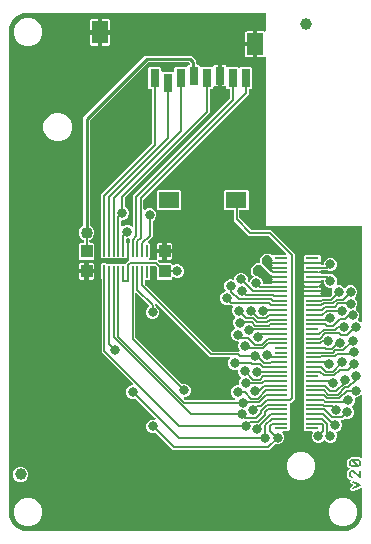
<source format=gbr>
G04 EAGLE Gerber RS-274X export*
G75*
%MOMM*%
%FSLAX34Y34*%
%LPD*%
%INTop Copper*%
%IPPOS*%
%AMOC8*
5,1,8,0,0,1.08239X$1,22.5*%
G01*
%ADD10C,0.152400*%
%ADD11R,1.140000X0.200000*%
%ADD12C,1.000000*%
%ADD13R,1.800000X1.400000*%
%ADD14R,1.400000X1.900000*%
%ADD15R,0.800000X1.500000*%
%ADD16R,0.200000X1.100000*%
%ADD17R,0.200000X1.000000*%
%ADD18R,1.000000X1.100000*%
%ADD19C,0.838200*%
%ADD20C,1.016000*%
%ADD21C,0.200000*%
%ADD22C,0.177800*%
%ADD23C,0.254000*%
%ADD24C,0.203200*%

G36*
X287074Y2803D02*
X287074Y2803D01*
X287107Y2799D01*
X289857Y3070D01*
X290100Y3131D01*
X290110Y3133D01*
X295192Y5238D01*
X295419Y5375D01*
X295454Y5414D01*
X295480Y5431D01*
X299369Y9320D01*
X299527Y9534D01*
X299544Y9583D01*
X299562Y9608D01*
X301667Y14690D01*
X301727Y14933D01*
X301730Y14943D01*
X302001Y17693D01*
X301998Y17748D01*
X302005Y17780D01*
X302005Y38638D01*
X301999Y38680D01*
X302001Y38722D01*
X301979Y38810D01*
X301965Y38901D01*
X301947Y38939D01*
X301937Y38980D01*
X301890Y39058D01*
X301850Y39140D01*
X301821Y39171D01*
X301799Y39207D01*
X301731Y39268D01*
X301668Y39334D01*
X301632Y39355D01*
X301600Y39383D01*
X301517Y39421D01*
X301438Y39466D01*
X301396Y39475D01*
X301358Y39493D01*
X301267Y39504D01*
X301178Y39524D01*
X301136Y39521D01*
X301094Y39526D01*
X301043Y39513D01*
X300913Y39502D01*
X300770Y39445D01*
X300720Y39432D01*
X294641Y36393D01*
X292844Y36992D01*
X291997Y38687D01*
X292596Y40484D01*
X293526Y40949D01*
X293626Y41019D01*
X293726Y41086D01*
X293733Y41095D01*
X293743Y41102D01*
X293817Y41198D01*
X293894Y41292D01*
X293898Y41303D01*
X293905Y41312D01*
X293948Y41426D01*
X293993Y41539D01*
X293994Y41550D01*
X293998Y41561D01*
X294005Y41682D01*
X294015Y41804D01*
X294012Y41815D01*
X294013Y41827D01*
X293984Y41944D01*
X293957Y42063D01*
X293951Y42073D01*
X293948Y42085D01*
X293886Y42189D01*
X293825Y42294D01*
X293818Y42300D01*
X293811Y42312D01*
X293612Y42488D01*
X293554Y42514D01*
X293526Y42538D01*
X292596Y43003D01*
X291997Y44800D01*
X292114Y45035D01*
X292127Y45075D01*
X292148Y45110D01*
X292159Y45160D01*
X292180Y45210D01*
X292184Y45250D01*
X292196Y45288D01*
X292197Y45332D01*
X292205Y45370D01*
X292201Y45418D01*
X292207Y45474D01*
X292199Y45514D01*
X292200Y45554D01*
X292187Y45598D01*
X292184Y45635D01*
X292167Y45677D01*
X292155Y45735D01*
X292139Y45760D01*
X292125Y45809D01*
X292098Y45849D01*
X292085Y45881D01*
X292037Y45940D01*
X291977Y46030D01*
X291957Y46046D01*
X291948Y46060D01*
X289298Y48711D01*
X289298Y53486D01*
X290897Y55086D01*
X290959Y55148D01*
X291021Y55230D01*
X291087Y55309D01*
X291099Y55337D01*
X291117Y55362D01*
X291151Y55459D01*
X291191Y55553D01*
X291195Y55584D01*
X291205Y55613D01*
X291208Y55715D01*
X291219Y55818D01*
X291213Y55848D01*
X291214Y55878D01*
X291187Y55977D01*
X291167Y56078D01*
X291154Y56098D01*
X291144Y56135D01*
X291002Y56359D01*
X290972Y56384D01*
X290960Y56404D01*
X289298Y58066D01*
X289298Y62841D01*
X290478Y64022D01*
X292078Y65621D01*
X299735Y65621D01*
X300489Y64867D01*
X300530Y64837D01*
X300566Y64799D01*
X300637Y64758D01*
X300703Y64709D01*
X300752Y64692D01*
X300796Y64667D01*
X300876Y64649D01*
X300954Y64622D01*
X301006Y64620D01*
X301056Y64609D01*
X301138Y64616D01*
X301220Y64613D01*
X301269Y64626D01*
X301321Y64631D01*
X301397Y64661D01*
X301476Y64683D01*
X301520Y64710D01*
X301568Y64730D01*
X301631Y64781D01*
X301700Y64825D01*
X301734Y64865D01*
X301774Y64897D01*
X301819Y64966D01*
X301872Y65028D01*
X301893Y65075D01*
X301921Y65118D01*
X301933Y65169D01*
X301977Y65272D01*
X301995Y65451D01*
X302005Y65495D01*
X302005Y117026D01*
X301998Y117077D01*
X301999Y117128D01*
X301978Y117207D01*
X301965Y117288D01*
X301943Y117335D01*
X301929Y117385D01*
X301885Y117454D01*
X301850Y117528D01*
X301815Y117565D01*
X301787Y117609D01*
X301724Y117662D01*
X301668Y117722D01*
X301624Y117748D01*
X301584Y117781D01*
X301509Y117813D01*
X301438Y117854D01*
X301387Y117865D01*
X301340Y117885D01*
X301258Y117894D01*
X301178Y117912D01*
X301127Y117908D01*
X301075Y117913D01*
X300995Y117897D01*
X300913Y117890D01*
X300865Y117871D01*
X300815Y117861D01*
X300771Y117833D01*
X300666Y117791D01*
X300527Y117678D01*
X300489Y117654D01*
X299656Y116820D01*
X297555Y115950D01*
X296839Y115950D01*
X296828Y115949D01*
X296818Y115950D01*
X296697Y115929D01*
X296576Y115910D01*
X296567Y115906D01*
X296556Y115904D01*
X296447Y115848D01*
X296337Y115795D01*
X296329Y115787D01*
X296320Y115783D01*
X296232Y115697D01*
X296142Y115613D01*
X296137Y115604D01*
X296130Y115597D01*
X296071Y115489D01*
X296010Y115383D01*
X296008Y115372D01*
X296003Y115363D01*
X295979Y115243D01*
X295953Y115123D01*
X295954Y115113D01*
X295951Y115102D01*
X295957Y115071D01*
X295974Y114858D01*
X296010Y114770D01*
X296018Y114722D01*
X296038Y114675D01*
X296038Y112401D01*
X295168Y110300D01*
X293445Y108578D01*
X293384Y108495D01*
X293318Y108417D01*
X293306Y108389D01*
X293288Y108364D01*
X293254Y108267D01*
X293214Y108173D01*
X293210Y108142D01*
X293200Y108113D01*
X293197Y108010D01*
X293186Y107908D01*
X293192Y107878D01*
X293191Y107847D01*
X293218Y107748D01*
X293238Y107648D01*
X293251Y107627D01*
X293261Y107591D01*
X293404Y107367D01*
X293433Y107342D01*
X293445Y107322D01*
X294152Y106616D01*
X295022Y104515D01*
X295022Y102241D01*
X294152Y100140D01*
X292544Y98532D01*
X290443Y97662D01*
X288169Y97662D01*
X287766Y97829D01*
X287706Y97844D01*
X287649Y97868D01*
X287578Y97876D01*
X287508Y97893D01*
X287447Y97889D01*
X287385Y97896D01*
X287314Y97882D01*
X287243Y97878D01*
X287185Y97856D01*
X287124Y97844D01*
X287084Y97818D01*
X286994Y97784D01*
X286825Y97653D01*
X286798Y97637D01*
X285935Y96773D01*
X284874Y96773D01*
X284863Y96772D01*
X284853Y96773D01*
X284732Y96752D01*
X284611Y96733D01*
X284601Y96729D01*
X284591Y96727D01*
X284482Y96671D01*
X284372Y96618D01*
X284364Y96611D01*
X284355Y96606D01*
X284267Y96520D01*
X284177Y96436D01*
X284172Y96427D01*
X284165Y96420D01*
X284106Y96312D01*
X284045Y96206D01*
X284043Y96195D01*
X284038Y96186D01*
X284014Y96066D01*
X283988Y95946D01*
X283988Y95936D01*
X283986Y95925D01*
X283992Y95895D01*
X284009Y95681D01*
X284045Y95593D01*
X284053Y95545D01*
X284862Y93593D01*
X284862Y91319D01*
X283992Y89218D01*
X282384Y87610D01*
X280733Y86927D01*
X280645Y86874D01*
X280554Y86827D01*
X280532Y86805D01*
X280505Y86789D01*
X280437Y86713D01*
X280364Y86641D01*
X280349Y86614D01*
X280328Y86591D01*
X280286Y86498D01*
X280237Y86407D01*
X280231Y86377D01*
X280218Y86349D01*
X280205Y86247D01*
X280185Y86146D01*
X280190Y86123D01*
X280185Y86085D01*
X280231Y85823D01*
X280248Y85790D01*
X280252Y85766D01*
X280798Y84449D01*
X280798Y82175D01*
X279928Y80074D01*
X278320Y78466D01*
X276219Y77596D01*
X273945Y77596D01*
X271844Y78466D01*
X270757Y79554D01*
X270674Y79615D01*
X270596Y79681D01*
X270568Y79693D01*
X270543Y79711D01*
X270446Y79745D01*
X270352Y79785D01*
X270321Y79789D01*
X270292Y79799D01*
X270189Y79802D01*
X270087Y79813D01*
X270057Y79807D01*
X270026Y79808D01*
X269927Y79781D01*
X269827Y79761D01*
X269806Y79748D01*
X269770Y79738D01*
X269546Y79595D01*
X269521Y79566D01*
X269501Y79554D01*
X268160Y78212D01*
X266059Y77342D01*
X263785Y77342D01*
X261684Y78212D01*
X260076Y79820D01*
X259206Y81921D01*
X259206Y84195D01*
X259973Y86045D01*
X259975Y86055D01*
X259980Y86064D01*
X260007Y86184D01*
X260036Y86303D01*
X260036Y86314D01*
X260038Y86324D01*
X260028Y86446D01*
X260021Y86569D01*
X260017Y86578D01*
X260017Y86589D01*
X259971Y86703D01*
X259928Y86817D01*
X259921Y86826D01*
X259918Y86836D01*
X259840Y86931D01*
X259765Y87028D01*
X259757Y87034D01*
X259750Y87042D01*
X259648Y87110D01*
X259548Y87180D01*
X259538Y87184D01*
X259529Y87189D01*
X259498Y87196D01*
X259295Y87262D01*
X259199Y87263D01*
X259152Y87273D01*
X253268Y87273D01*
X252375Y88166D01*
X252375Y91798D01*
X252375Y95798D01*
X252375Y99798D01*
X252375Y103798D01*
X252375Y107798D01*
X252375Y111798D01*
X252375Y115798D01*
X252375Y119798D01*
X252375Y123798D01*
X252375Y127798D01*
X252375Y131798D01*
X252375Y135798D01*
X252375Y139798D01*
X252375Y143798D01*
X252375Y147798D01*
X252375Y151798D01*
X252375Y155798D01*
X252375Y159798D01*
X252375Y163798D01*
X252375Y167798D01*
X252375Y171798D01*
X252375Y175798D01*
X252375Y179798D01*
X252375Y183798D01*
X252375Y187798D01*
X252375Y191798D01*
X252375Y195798D01*
X252375Y199464D01*
X252383Y199478D01*
X252425Y199536D01*
X252446Y199594D01*
X252475Y199649D01*
X252489Y199719D01*
X252513Y199787D01*
X252515Y199849D01*
X252527Y199910D01*
X252519Y199957D01*
X252522Y200052D01*
X252491Y200166D01*
X252489Y200190D01*
X252474Y200226D01*
X252465Y200259D01*
X252460Y200290D01*
X252375Y200495D01*
X252375Y200910D01*
X253626Y200910D01*
X253647Y200913D01*
X253668Y200911D01*
X253748Y200926D01*
X253826Y200932D01*
X253856Y200944D01*
X253889Y200949D01*
X253908Y200958D01*
X253929Y200963D01*
X253967Y200987D01*
X253981Y200994D01*
X254073Y201030D01*
X254098Y201051D01*
X254128Y201065D01*
X254202Y201134D01*
X254217Y201146D01*
X254254Y201170D01*
X254266Y201185D01*
X254280Y201197D01*
X254299Y201224D01*
X254323Y201246D01*
X254363Y201317D01*
X254412Y201384D01*
X254418Y201402D01*
X254429Y201417D01*
X254438Y201449D01*
X254455Y201477D01*
X254472Y201556D01*
X254500Y201635D01*
X254500Y201654D01*
X254506Y201672D01*
X254505Y201705D01*
X254512Y201737D01*
X254506Y201817D01*
X254509Y201901D01*
X254504Y201919D01*
X254504Y201937D01*
X254493Y201970D01*
X254491Y202002D01*
X254461Y202077D01*
X254439Y202157D01*
X254429Y202173D01*
X254423Y202191D01*
X254407Y202211D01*
X254392Y202249D01*
X254340Y202312D01*
X254296Y202381D01*
X254257Y202415D01*
X254224Y202455D01*
X254195Y202474D01*
X254181Y202492D01*
X254135Y202519D01*
X254094Y202553D01*
X254046Y202574D01*
X254003Y202603D01*
X253981Y202607D01*
X253951Y202625D01*
X253898Y202637D01*
X253849Y202658D01*
X253770Y202666D01*
X253692Y202684D01*
X253651Y202681D01*
X253626Y202686D01*
X252375Y202686D01*
X252375Y203101D01*
X252523Y203458D01*
X252528Y203478D01*
X252538Y203497D01*
X252560Y203607D01*
X252587Y203716D01*
X252586Y203737D01*
X252590Y203758D01*
X252582Y203803D01*
X252572Y203982D01*
X252532Y204087D01*
X252523Y204138D01*
X252375Y204495D01*
X252375Y204910D01*
X253626Y204910D01*
X253647Y204913D01*
X253668Y204911D01*
X253748Y204926D01*
X253826Y204932D01*
X253856Y204944D01*
X253889Y204949D01*
X253908Y204958D01*
X253929Y204963D01*
X253967Y204987D01*
X253981Y204994D01*
X254073Y205030D01*
X254098Y205051D01*
X254128Y205065D01*
X254202Y205134D01*
X254217Y205146D01*
X254254Y205170D01*
X254266Y205185D01*
X254280Y205197D01*
X254299Y205224D01*
X254323Y205246D01*
X254363Y205317D01*
X254412Y205384D01*
X254418Y205402D01*
X254429Y205417D01*
X254438Y205449D01*
X254455Y205477D01*
X254472Y205556D01*
X254500Y205635D01*
X254500Y205654D01*
X254506Y205672D01*
X254505Y205705D01*
X254512Y205737D01*
X254506Y205817D01*
X254509Y205901D01*
X254504Y205919D01*
X254504Y205937D01*
X254493Y205970D01*
X254491Y206002D01*
X254461Y206077D01*
X254439Y206157D01*
X254429Y206173D01*
X254423Y206191D01*
X254407Y206211D01*
X254392Y206249D01*
X254340Y206312D01*
X254296Y206381D01*
X254257Y206415D01*
X254224Y206455D01*
X254195Y206474D01*
X254181Y206492D01*
X254135Y206519D01*
X254094Y206553D01*
X254046Y206574D01*
X254003Y206603D01*
X253981Y206607D01*
X253951Y206625D01*
X253898Y206637D01*
X253849Y206658D01*
X253770Y206666D01*
X253692Y206684D01*
X253651Y206681D01*
X253626Y206686D01*
X252375Y206686D01*
X252375Y207101D01*
X252523Y207458D01*
X252528Y207478D01*
X252538Y207497D01*
X252560Y207607D01*
X252587Y207716D01*
X252586Y207737D01*
X252590Y207758D01*
X252582Y207803D01*
X252572Y207982D01*
X252532Y208087D01*
X252523Y208138D01*
X252375Y208495D01*
X252375Y208910D01*
X253626Y208910D01*
X253647Y208913D01*
X253668Y208911D01*
X253748Y208926D01*
X253826Y208932D01*
X253856Y208944D01*
X253889Y208949D01*
X253908Y208958D01*
X253929Y208963D01*
X253967Y208987D01*
X253981Y208994D01*
X254073Y209030D01*
X254098Y209051D01*
X254128Y209065D01*
X254202Y209134D01*
X254217Y209146D01*
X254254Y209170D01*
X254266Y209185D01*
X254280Y209197D01*
X254299Y209224D01*
X254323Y209246D01*
X254363Y209317D01*
X254412Y209384D01*
X254418Y209402D01*
X254429Y209417D01*
X254438Y209449D01*
X254455Y209477D01*
X254472Y209556D01*
X254500Y209635D01*
X254500Y209654D01*
X254506Y209672D01*
X254505Y209705D01*
X254512Y209737D01*
X254506Y209817D01*
X254509Y209901D01*
X254504Y209919D01*
X254504Y209937D01*
X254493Y209970D01*
X254491Y210002D01*
X254461Y210077D01*
X254439Y210157D01*
X254429Y210173D01*
X254423Y210191D01*
X254407Y210211D01*
X254392Y210249D01*
X254340Y210312D01*
X254296Y210381D01*
X254257Y210415D01*
X254224Y210455D01*
X254195Y210474D01*
X254181Y210492D01*
X254135Y210519D01*
X254094Y210553D01*
X254046Y210574D01*
X254003Y210603D01*
X253981Y210607D01*
X253951Y210625D01*
X253898Y210637D01*
X253849Y210658D01*
X253770Y210666D01*
X253692Y210684D01*
X253651Y210681D01*
X253626Y210686D01*
X252375Y210686D01*
X252375Y211101D01*
X252523Y211458D01*
X252528Y211478D01*
X252538Y211497D01*
X252560Y211607D01*
X252587Y211716D01*
X252586Y211737D01*
X252590Y211758D01*
X252582Y211803D01*
X252572Y211982D01*
X252532Y212087D01*
X252523Y212138D01*
X252375Y212495D01*
X252375Y212910D01*
X253626Y212910D01*
X253647Y212913D01*
X253668Y212911D01*
X253748Y212926D01*
X253826Y212932D01*
X253856Y212944D01*
X253889Y212949D01*
X253908Y212958D01*
X253929Y212963D01*
X253967Y212987D01*
X253981Y212994D01*
X254073Y213030D01*
X254098Y213051D01*
X254128Y213065D01*
X254202Y213134D01*
X254217Y213146D01*
X254254Y213170D01*
X254266Y213185D01*
X254280Y213197D01*
X254299Y213224D01*
X254323Y213246D01*
X254363Y213317D01*
X254412Y213384D01*
X254418Y213402D01*
X254429Y213417D01*
X254438Y213449D01*
X254455Y213477D01*
X254472Y213556D01*
X254500Y213635D01*
X254500Y213654D01*
X254506Y213672D01*
X254505Y213705D01*
X254512Y213737D01*
X254506Y213817D01*
X254509Y213901D01*
X254504Y213919D01*
X254504Y213937D01*
X254493Y213970D01*
X254491Y214002D01*
X254461Y214077D01*
X254439Y214157D01*
X254429Y214173D01*
X254423Y214191D01*
X254407Y214211D01*
X254392Y214249D01*
X254340Y214312D01*
X254296Y214381D01*
X254257Y214415D01*
X254224Y214455D01*
X254195Y214474D01*
X254181Y214492D01*
X254135Y214519D01*
X254094Y214553D01*
X254046Y214574D01*
X254003Y214603D01*
X253981Y214607D01*
X253951Y214625D01*
X253898Y214637D01*
X253849Y214658D01*
X253770Y214666D01*
X253692Y214684D01*
X253651Y214681D01*
X253626Y214686D01*
X252375Y214686D01*
X252375Y215101D01*
X252460Y215306D01*
X252475Y215366D01*
X252499Y215423D01*
X252507Y215495D01*
X252524Y215564D01*
X252520Y215626D01*
X252527Y215688D01*
X252513Y215758D01*
X252509Y215830D01*
X252487Y215888D01*
X252475Y215948D01*
X252449Y215989D01*
X252415Y216078D01*
X252375Y216130D01*
X252375Y219464D01*
X252383Y219478D01*
X252425Y219536D01*
X252446Y219594D01*
X252475Y219649D01*
X252489Y219719D01*
X252513Y219787D01*
X252515Y219849D01*
X252527Y219910D01*
X252519Y219957D01*
X252522Y220052D01*
X252465Y220259D01*
X252460Y220290D01*
X252375Y220495D01*
X252375Y220910D01*
X253626Y220910D01*
X253678Y220917D01*
X253729Y220916D01*
X253738Y220918D01*
X253748Y220918D01*
X253817Y220939D01*
X253889Y220949D01*
X253936Y220972D01*
X253985Y220986D01*
X253993Y220991D01*
X254003Y220993D01*
X254027Y221012D01*
X254054Y221029D01*
X254128Y221065D01*
X254166Y221101D01*
X254210Y221128D01*
X254263Y221191D01*
X254283Y221209D01*
X254309Y221229D01*
X254315Y221239D01*
X254323Y221246D01*
X254348Y221291D01*
X254382Y221331D01*
X254410Y221396D01*
X254446Y221457D01*
X254449Y221468D01*
X254455Y221477D01*
X254466Y221527D01*
X254486Y221575D01*
X254494Y221646D01*
X254511Y221715D01*
X254510Y221726D01*
X254512Y221737D01*
X254508Y221788D01*
X254514Y221840D01*
X254500Y221909D01*
X254496Y221980D01*
X254492Y221991D01*
X254491Y222002D01*
X254472Y222049D01*
X254462Y222100D01*
X254436Y222141D01*
X254403Y222229D01*
X254396Y222238D01*
X254392Y222249D01*
X254315Y222343D01*
X254270Y222401D01*
X254254Y222426D01*
X254246Y222432D01*
X254241Y222440D01*
X254231Y222446D01*
X254224Y222455D01*
X254131Y222517D01*
X254040Y222584D01*
X254031Y222587D01*
X254023Y222593D01*
X254013Y222596D01*
X254003Y222603D01*
X253970Y222610D01*
X253910Y222629D01*
X253789Y222671D01*
X253779Y222672D01*
X253770Y222675D01*
X253674Y222676D01*
X253626Y222686D01*
X252375Y222686D01*
X252375Y223101D01*
X252460Y223306D01*
X252475Y223366D01*
X252499Y223423D01*
X252507Y223495D01*
X252524Y223564D01*
X252520Y223626D01*
X252527Y223688D01*
X252513Y223758D01*
X252509Y223830D01*
X252487Y223888D01*
X252475Y223948D01*
X252449Y223989D01*
X252415Y224078D01*
X252375Y224130D01*
X252375Y227464D01*
X252383Y227478D01*
X252425Y227536D01*
X252446Y227594D01*
X252475Y227649D01*
X252489Y227719D01*
X252513Y227787D01*
X252515Y227849D01*
X252527Y227910D01*
X252519Y227957D01*
X252522Y228052D01*
X252465Y228259D01*
X252460Y228290D01*
X252375Y228495D01*
X252375Y228910D01*
X253626Y228910D01*
X253678Y228917D01*
X253729Y228916D01*
X253738Y228918D01*
X253748Y228918D01*
X253817Y228939D01*
X253889Y228949D01*
X253936Y228972D01*
X253985Y228986D01*
X253993Y228991D01*
X254003Y228993D01*
X254027Y229012D01*
X254054Y229029D01*
X254128Y229065D01*
X254166Y229101D01*
X254210Y229128D01*
X254263Y229191D01*
X254283Y229209D01*
X254309Y229229D01*
X254315Y229239D01*
X254323Y229246D01*
X254348Y229291D01*
X254382Y229331D01*
X254410Y229396D01*
X254446Y229457D01*
X254449Y229468D01*
X254455Y229477D01*
X254466Y229527D01*
X254486Y229575D01*
X254494Y229646D01*
X254511Y229715D01*
X254510Y229726D01*
X254512Y229737D01*
X254508Y229788D01*
X254514Y229840D01*
X254500Y229909D01*
X254496Y229980D01*
X254492Y229991D01*
X254491Y230002D01*
X254472Y230049D01*
X254462Y230100D01*
X254436Y230141D01*
X254403Y230229D01*
X254396Y230238D01*
X254392Y230249D01*
X254316Y230342D01*
X254270Y230401D01*
X254254Y230426D01*
X254246Y230432D01*
X254241Y230440D01*
X254231Y230446D01*
X254224Y230455D01*
X254131Y230517D01*
X254040Y230584D01*
X254031Y230587D01*
X254023Y230593D01*
X254013Y230596D01*
X254003Y230603D01*
X253970Y230610D01*
X253910Y230629D01*
X253789Y230671D01*
X253779Y230672D01*
X253770Y230675D01*
X253674Y230676D01*
X253626Y230686D01*
X252375Y230686D01*
X252375Y231101D01*
X252460Y231306D01*
X252475Y231366D01*
X252499Y231423D01*
X252507Y231495D01*
X252524Y231564D01*
X252520Y231626D01*
X252527Y231688D01*
X252513Y231758D01*
X252509Y231830D01*
X252487Y231888D01*
X252475Y231948D01*
X252449Y231989D01*
X252415Y232078D01*
X252375Y232130D01*
X252375Y235430D01*
X253268Y236323D01*
X265932Y236323D01*
X266825Y235430D01*
X266825Y232132D01*
X266817Y232118D01*
X266775Y232060D01*
X266754Y232002D01*
X266725Y231947D01*
X266711Y231877D01*
X266687Y231809D01*
X266685Y231747D01*
X266673Y231686D01*
X266681Y231639D01*
X266678Y231544D01*
X266735Y231337D01*
X266740Y231306D01*
X266825Y231101D01*
X266825Y230686D01*
X265574Y230686D01*
X265553Y230683D01*
X265532Y230685D01*
X265501Y230679D01*
X265471Y230680D01*
X265393Y230659D01*
X265311Y230647D01*
X265292Y230637D01*
X265271Y230633D01*
X265251Y230620D01*
X265215Y230610D01*
X265146Y230567D01*
X265072Y230531D01*
X265034Y230495D01*
X264990Y230468D01*
X264966Y230439D01*
X264946Y230426D01*
X264915Y230385D01*
X264877Y230349D01*
X264852Y230305D01*
X264818Y230265D01*
X264806Y230237D01*
X264788Y230212D01*
X264771Y230163D01*
X264745Y230119D01*
X264734Y230069D01*
X264714Y230021D01*
X264711Y229990D01*
X264700Y229961D01*
X264699Y229909D01*
X264688Y229859D01*
X264692Y229808D01*
X264686Y229756D01*
X264692Y229726D01*
X264691Y229695D01*
X264705Y229645D01*
X264709Y229594D01*
X264728Y229547D01*
X264738Y229496D01*
X264751Y229476D01*
X264761Y229439D01*
X264789Y229395D01*
X264808Y229347D01*
X264860Y229284D01*
X264904Y229215D01*
X264933Y229190D01*
X264946Y229170D01*
X264963Y229157D01*
X264976Y229141D01*
X265044Y229095D01*
X265106Y229043D01*
X265135Y229031D01*
X265160Y229012D01*
X265180Y229005D01*
X265197Y228993D01*
X265242Y228984D01*
X265258Y228978D01*
X265351Y228938D01*
X265381Y228935D01*
X265411Y228925D01*
X265516Y228921D01*
X265528Y228920D01*
X265574Y228910D01*
X266834Y228910D01*
X266840Y228871D01*
X266848Y228769D01*
X266860Y228741D01*
X266864Y228710D01*
X266909Y228618D01*
X266947Y228522D01*
X266967Y228499D01*
X266980Y228471D01*
X267050Y228396D01*
X267115Y228316D01*
X267141Y228299D01*
X267162Y228277D01*
X267251Y228226D01*
X267336Y228169D01*
X267360Y228163D01*
X267392Y228145D01*
X267652Y228087D01*
X267690Y228090D01*
X267713Y228085D01*
X268486Y228085D01*
X268588Y228100D01*
X268690Y228108D01*
X268718Y228120D01*
X268749Y228125D01*
X268841Y228169D01*
X268937Y228207D01*
X268960Y228227D01*
X268988Y228240D01*
X269063Y228310D01*
X269143Y228375D01*
X269160Y228401D01*
X269182Y228422D01*
X269233Y228511D01*
X269290Y228596D01*
X269296Y228620D01*
X269314Y228652D01*
X269372Y228912D01*
X269369Y228950D01*
X269374Y228973D01*
X269374Y229737D01*
X270244Y231838D01*
X271852Y233446D01*
X273953Y234316D01*
X276227Y234316D01*
X278328Y233446D01*
X279936Y231838D01*
X280806Y229737D01*
X280806Y227463D01*
X279936Y225362D01*
X278328Y223754D01*
X276227Y222884D01*
X273953Y222884D01*
X272603Y223444D01*
X272345Y223507D01*
X272293Y223505D01*
X272263Y223511D01*
X267713Y223511D01*
X267611Y223496D01*
X267509Y223488D01*
X267481Y223476D01*
X267450Y223471D01*
X267358Y223427D01*
X267262Y223389D01*
X267239Y223369D01*
X267211Y223356D01*
X267136Y223286D01*
X267056Y223221D01*
X267039Y223195D01*
X267017Y223174D01*
X266966Y223085D01*
X266909Y223000D01*
X266903Y222976D01*
X266885Y222944D01*
X266827Y222686D01*
X265574Y222686D01*
X265562Y222685D01*
X265551Y222686D01*
X265542Y222684D01*
X265532Y222685D01*
X265422Y222663D01*
X265311Y222647D01*
X265300Y222642D01*
X265290Y222640D01*
X265281Y222635D01*
X265271Y222633D01*
X265246Y222617D01*
X265183Y222585D01*
X265072Y222531D01*
X265063Y222523D01*
X265053Y222518D01*
X264986Y222452D01*
X264946Y222426D01*
X264915Y222385D01*
X264877Y222349D01*
X264872Y222340D01*
X264864Y222332D01*
X264830Y222269D01*
X264788Y222212D01*
X264771Y222163D01*
X264745Y222119D01*
X264743Y222108D01*
X264737Y222098D01*
X264724Y222028D01*
X264700Y221961D01*
X264699Y221909D01*
X264688Y221859D01*
X264688Y221848D01*
X264686Y221837D01*
X264694Y221766D01*
X264691Y221695D01*
X264705Y221645D01*
X264709Y221594D01*
X264713Y221584D01*
X264714Y221573D01*
X264730Y221543D01*
X264739Y221519D01*
X264761Y221439D01*
X264789Y221395D01*
X264808Y221347D01*
X264860Y221284D01*
X264878Y221256D01*
X264891Y221229D01*
X264899Y221223D01*
X264904Y221215D01*
X264943Y221181D01*
X264976Y221141D01*
X265036Y221101D01*
X265090Y221053D01*
X265099Y221049D01*
X265106Y221043D01*
X265154Y221022D01*
X265197Y220993D01*
X265244Y220983D01*
X265332Y220943D01*
X265342Y220942D01*
X265351Y220938D01*
X265466Y220926D01*
X265542Y220917D01*
X265574Y220910D01*
X266834Y220910D01*
X266840Y220871D01*
X266848Y220769D01*
X266860Y220741D01*
X266864Y220710D01*
X266909Y220618D01*
X266947Y220522D01*
X266967Y220499D01*
X266980Y220471D01*
X267050Y220396D01*
X267115Y220316D01*
X267141Y220299D01*
X267162Y220277D01*
X267251Y220226D01*
X267336Y220169D01*
X267360Y220163D01*
X267392Y220145D01*
X267652Y220087D01*
X267690Y220090D01*
X267713Y220085D01*
X273146Y220085D01*
X273409Y220125D01*
X273456Y220147D01*
X273486Y220152D01*
X273953Y220346D01*
X276227Y220346D01*
X278328Y219476D01*
X279936Y217868D01*
X280806Y215767D01*
X280806Y213493D01*
X280260Y212176D01*
X280258Y212166D01*
X280252Y212157D01*
X280226Y212037D01*
X280196Y211918D01*
X280197Y211907D01*
X280195Y211897D01*
X280205Y211775D01*
X280212Y211653D01*
X280215Y211643D01*
X280216Y211632D01*
X280262Y211518D01*
X280305Y211404D01*
X280311Y211395D01*
X280315Y211385D01*
X280393Y211290D01*
X280468Y211193D01*
X280476Y211187D01*
X280483Y211179D01*
X280585Y211111D01*
X280685Y211041D01*
X280695Y211037D01*
X280704Y211032D01*
X280734Y211025D01*
X280938Y210959D01*
X281034Y210958D01*
X281081Y210948D01*
X283077Y210948D01*
X285178Y210078D01*
X286392Y208863D01*
X286475Y208802D01*
X286553Y208736D01*
X286581Y208724D01*
X286606Y208706D01*
X286703Y208672D01*
X286797Y208632D01*
X286828Y208628D01*
X286857Y208618D01*
X286960Y208615D01*
X287062Y208604D01*
X287092Y208610D01*
X287123Y208609D01*
X287222Y208636D01*
X287322Y208656D01*
X287343Y208669D01*
X287379Y208679D01*
X287603Y208822D01*
X287628Y208851D01*
X287648Y208863D01*
X288862Y210078D01*
X290963Y210948D01*
X293237Y210948D01*
X295338Y210078D01*
X296946Y208470D01*
X297816Y206369D01*
X297816Y204095D01*
X296946Y201994D01*
X295858Y200907D01*
X295797Y200824D01*
X295731Y200746D01*
X295719Y200718D01*
X295701Y200693D01*
X295667Y200596D01*
X295627Y200502D01*
X295623Y200471D01*
X295613Y200442D01*
X295610Y200340D01*
X295599Y200237D01*
X295605Y200207D01*
X295604Y200176D01*
X295631Y200077D01*
X295651Y199977D01*
X295664Y199957D01*
X295674Y199920D01*
X295817Y199696D01*
X295845Y199671D01*
X295858Y199651D01*
X296946Y198564D01*
X297816Y196463D01*
X297816Y194189D01*
X296946Y192088D01*
X296647Y191789D01*
X296640Y191781D01*
X296632Y191774D01*
X296562Y191674D01*
X296489Y191575D01*
X296485Y191565D01*
X296479Y191557D01*
X296442Y191440D01*
X296401Y191324D01*
X296401Y191314D01*
X296398Y191304D01*
X296396Y191181D01*
X296392Y191059D01*
X296395Y191048D01*
X296395Y191038D01*
X296430Y190919D01*
X296462Y190802D01*
X296468Y190793D01*
X296471Y190783D01*
X296539Y190682D01*
X296605Y190578D01*
X296613Y190571D01*
X296619Y190562D01*
X296644Y190544D01*
X296807Y190406D01*
X296895Y190368D01*
X296935Y190341D01*
X297116Y190266D01*
X298724Y188658D01*
X299594Y186557D01*
X299594Y184283D01*
X298689Y182098D01*
X298670Y182073D01*
X298666Y182062D01*
X298660Y182053D01*
X298623Y181937D01*
X298582Y181822D01*
X298582Y181811D01*
X298579Y181800D01*
X298577Y181678D01*
X298573Y181556D01*
X298576Y181546D01*
X298576Y181535D01*
X298611Y181417D01*
X298643Y181299D01*
X298648Y181290D01*
X298652Y181280D01*
X298720Y181178D01*
X298785Y181075D01*
X298793Y181068D01*
X298799Y181059D01*
X298825Y181041D01*
X298988Y180903D01*
X299076Y180865D01*
X299115Y180837D01*
X299656Y180614D01*
X300489Y179780D01*
X300530Y179750D01*
X300566Y179712D01*
X300637Y179671D01*
X300703Y179623D01*
X300752Y179606D01*
X300796Y179580D01*
X300876Y179562D01*
X300954Y179535D01*
X301006Y179533D01*
X301056Y179522D01*
X301138Y179529D01*
X301220Y179526D01*
X301269Y179540D01*
X301321Y179544D01*
X301397Y179574D01*
X301476Y179596D01*
X301520Y179624D01*
X301568Y179643D01*
X301631Y179695D01*
X301700Y179739D01*
X301734Y179778D01*
X301774Y179810D01*
X301819Y179879D01*
X301872Y179941D01*
X301893Y179989D01*
X301921Y180032D01*
X301933Y180082D01*
X301977Y180186D01*
X301992Y180335D01*
X302003Y180384D01*
X302002Y180395D01*
X302005Y180408D01*
X302005Y260223D01*
X301990Y260325D01*
X301982Y260427D01*
X301970Y260455D01*
X301965Y260486D01*
X301921Y260578D01*
X301883Y260674D01*
X301863Y260697D01*
X301850Y260725D01*
X301780Y260800D01*
X301715Y260880D01*
X301689Y260897D01*
X301668Y260919D01*
X301579Y260970D01*
X301494Y261027D01*
X301470Y261033D01*
X301438Y261051D01*
X301178Y261109D01*
X301140Y261106D01*
X301117Y261111D01*
X220769Y261111D01*
X220471Y261409D01*
X220471Y403278D01*
X220470Y403289D01*
X220471Y403299D01*
X220450Y403420D01*
X220431Y403541D01*
X220427Y403551D01*
X220425Y403561D01*
X220369Y403670D01*
X220316Y403780D01*
X220309Y403788D01*
X220304Y403797D01*
X220218Y403885D01*
X220134Y403975D01*
X220125Y403980D01*
X220118Y403987D01*
X220010Y404046D01*
X219904Y404107D01*
X219893Y404109D01*
X219884Y404114D01*
X219764Y404138D01*
X219644Y404164D01*
X219634Y404164D01*
X219623Y404166D01*
X219593Y404160D01*
X219379Y404143D01*
X219291Y404107D01*
X219243Y404099D01*
X218703Y403875D01*
X213177Y403875D01*
X213177Y414011D01*
X213162Y414112D01*
X213153Y414215D01*
X213142Y414243D01*
X213137Y414274D01*
X213093Y414366D01*
X213054Y414461D01*
X213035Y414485D01*
X213022Y414513D01*
X212952Y414588D01*
X212887Y414668D01*
X212861Y414685D01*
X212840Y414707D01*
X212751Y414758D01*
X212666Y414815D01*
X212642Y414820D01*
X212609Y414839D01*
X212350Y414897D01*
X212312Y414894D01*
X212289Y414899D01*
X211399Y414899D01*
X211399Y414901D01*
X212289Y414901D01*
X212390Y414916D01*
X212493Y414925D01*
X212521Y414936D01*
X212552Y414941D01*
X212644Y414985D01*
X212739Y415024D01*
X212763Y415043D01*
X212791Y415056D01*
X212866Y415126D01*
X212946Y415191D01*
X212963Y415217D01*
X212985Y415238D01*
X213036Y415327D01*
X213093Y415412D01*
X213098Y415436D01*
X213117Y415469D01*
X213175Y415728D01*
X213173Y415759D01*
X213175Y415770D01*
X213174Y415777D01*
X213177Y415789D01*
X213177Y425925D01*
X218703Y425925D01*
X219243Y425701D01*
X219253Y425699D01*
X219262Y425693D01*
X219382Y425667D01*
X219501Y425637D01*
X219512Y425638D01*
X219522Y425636D01*
X219644Y425646D01*
X219766Y425653D01*
X219776Y425656D01*
X219787Y425657D01*
X219901Y425703D01*
X220015Y425746D01*
X220024Y425752D01*
X220034Y425756D01*
X220129Y425834D01*
X220226Y425909D01*
X220232Y425917D01*
X220240Y425924D01*
X220308Y426026D01*
X220378Y426126D01*
X220382Y426136D01*
X220387Y426145D01*
X220394Y426175D01*
X220460Y426379D01*
X220461Y426475D01*
X220471Y426522D01*
X220471Y440817D01*
X220456Y440919D01*
X220448Y441021D01*
X220436Y441049D01*
X220431Y441080D01*
X220387Y441172D01*
X220349Y441268D01*
X220329Y441291D01*
X220316Y441319D01*
X220246Y441394D01*
X220181Y441474D01*
X220155Y441491D01*
X220134Y441513D01*
X220045Y441564D01*
X219960Y441621D01*
X219936Y441627D01*
X219904Y441645D01*
X219644Y441703D01*
X219606Y441700D01*
X219583Y441705D01*
X17780Y441705D01*
X17726Y441697D01*
X17693Y441701D01*
X14943Y441430D01*
X14700Y441369D01*
X14690Y441367D01*
X9608Y439262D01*
X9381Y439125D01*
X9346Y439086D01*
X9320Y439069D01*
X5431Y435180D01*
X5273Y434966D01*
X5256Y434917D01*
X5238Y434892D01*
X3133Y429810D01*
X3073Y429567D01*
X3070Y429557D01*
X2799Y426807D01*
X2802Y426752D01*
X2795Y426720D01*
X2795Y17780D01*
X2803Y17726D01*
X2799Y17693D01*
X3070Y14943D01*
X3131Y14700D01*
X3133Y14690D01*
X5238Y9608D01*
X5375Y9381D01*
X5414Y9346D01*
X5431Y9320D01*
X9320Y5431D01*
X9534Y5273D01*
X9583Y5256D01*
X9608Y5238D01*
X14690Y3133D01*
X14933Y3073D01*
X14943Y3070D01*
X17693Y2799D01*
X17748Y2802D01*
X17780Y2795D01*
X287020Y2795D01*
X287074Y2803D01*
G37*
%LPC*%
G36*
X141293Y71373D02*
X141293Y71373D01*
X139693Y72973D01*
X126968Y85699D01*
X126918Y85735D01*
X126874Y85780D01*
X126811Y85814D01*
X126754Y85856D01*
X126695Y85877D01*
X126641Y85906D01*
X126570Y85920D01*
X126503Y85944D01*
X126441Y85946D01*
X126380Y85958D01*
X126332Y85949D01*
X126237Y85953D01*
X126030Y85896D01*
X126000Y85891D01*
X125597Y85724D01*
X123323Y85724D01*
X121222Y86594D01*
X119614Y88202D01*
X118744Y90303D01*
X118744Y92577D01*
X119614Y94678D01*
X121222Y96286D01*
X123323Y97156D01*
X125597Y97156D01*
X125933Y97017D01*
X126022Y96995D01*
X126110Y96964D01*
X126151Y96963D01*
X126191Y96953D01*
X126243Y96956D01*
X126272Y96949D01*
X126322Y96957D01*
X126375Y96955D01*
X126415Y96966D01*
X126456Y96968D01*
X126496Y96983D01*
X126535Y96989D01*
X126581Y97011D01*
X126632Y97025D01*
X126666Y97047D01*
X126705Y97061D01*
X126739Y97087D01*
X126775Y97105D01*
X126811Y97139D01*
X126856Y97167D01*
X126883Y97199D01*
X126915Y97224D01*
X126940Y97259D01*
X126969Y97286D01*
X126994Y97330D01*
X127028Y97370D01*
X127044Y97408D01*
X127068Y97442D01*
X127081Y97482D01*
X127101Y97517D01*
X127112Y97566D01*
X127132Y97615D01*
X127137Y97656D01*
X127149Y97695D01*
X127150Y97737D01*
X127159Y97776D01*
X127154Y97827D01*
X127160Y97879D01*
X127152Y97919D01*
X127152Y97961D01*
X127140Y98001D01*
X127137Y98041D01*
X127118Y98088D01*
X127108Y98140D01*
X127091Y98166D01*
X127076Y98215D01*
X127053Y98250D01*
X127038Y98288D01*
X126980Y98359D01*
X126929Y98436D01*
X126912Y98448D01*
X126901Y98465D01*
X110458Y114909D01*
X110408Y114945D01*
X110364Y114990D01*
X110301Y115024D01*
X110244Y115066D01*
X110185Y115087D01*
X110131Y115116D01*
X110060Y115130D01*
X109993Y115154D01*
X109931Y115156D01*
X109870Y115168D01*
X109822Y115159D01*
X109727Y115163D01*
X109520Y115106D01*
X109490Y115101D01*
X109087Y114934D01*
X106813Y114934D01*
X104712Y115804D01*
X103104Y117412D01*
X102234Y119513D01*
X102234Y121787D01*
X103104Y123888D01*
X104712Y125496D01*
X106813Y126366D01*
X107016Y126366D01*
X107067Y126373D01*
X107119Y126372D01*
X107198Y126393D01*
X107279Y126406D01*
X107325Y126428D01*
X107375Y126442D01*
X107444Y126486D01*
X107518Y126521D01*
X107556Y126556D01*
X107599Y126584D01*
X107652Y126647D01*
X107712Y126703D01*
X107738Y126747D01*
X107771Y126787D01*
X107804Y126862D01*
X107844Y126933D01*
X107855Y126984D01*
X107876Y127031D01*
X107884Y127113D01*
X107902Y127193D01*
X107898Y127244D01*
X107903Y127296D01*
X107887Y127376D01*
X107880Y127458D01*
X107861Y127506D01*
X107851Y127556D01*
X107823Y127600D01*
X107781Y127705D01*
X107668Y127844D01*
X107644Y127882D01*
X81313Y154213D01*
X81313Y215902D01*
X81310Y215923D01*
X81312Y215944D01*
X81290Y216055D01*
X81273Y216165D01*
X81264Y216184D01*
X81260Y216205D01*
X81236Y216243D01*
X81158Y216405D01*
X81081Y216487D01*
X81075Y216496D01*
X81075Y228772D01*
X81968Y229665D01*
X85232Y229665D01*
X85971Y228925D01*
X85988Y228912D01*
X86002Y228896D01*
X86095Y228834D01*
X86185Y228767D01*
X86205Y228760D01*
X86223Y228749D01*
X86267Y228739D01*
X86436Y228680D01*
X86549Y228676D01*
X86600Y228665D01*
X89600Y228665D01*
X93600Y228665D01*
X97600Y228665D01*
X100603Y228665D01*
X100624Y228668D01*
X100645Y228666D01*
X100755Y228688D01*
X100866Y228705D01*
X100885Y228714D01*
X100905Y228718D01*
X100944Y228742D01*
X101105Y228820D01*
X101187Y228897D01*
X101231Y228925D01*
X102863Y230557D01*
X104405Y232099D01*
X104436Y232140D01*
X104473Y232176D01*
X104514Y232247D01*
X104563Y232313D01*
X104580Y232362D01*
X104605Y232406D01*
X104623Y232486D01*
X104650Y232564D01*
X104652Y232616D01*
X104663Y232666D01*
X104656Y232748D01*
X104659Y232830D01*
X104646Y232879D01*
X104641Y232931D01*
X104611Y233007D01*
X104589Y233086D01*
X104562Y233130D01*
X104542Y233178D01*
X104491Y233241D01*
X104488Y233245D01*
X104488Y240140D01*
X104488Y246687D01*
X104502Y246688D01*
X104530Y246700D01*
X104561Y246705D01*
X104653Y246749D01*
X104749Y246787D01*
X104772Y246807D01*
X104800Y246820D01*
X104875Y246890D01*
X104955Y246955D01*
X104972Y246981D01*
X104994Y247002D01*
X105045Y247091D01*
X105102Y247176D01*
X105108Y247200D01*
X105126Y247232D01*
X105184Y247492D01*
X105181Y247530D01*
X105186Y247553D01*
X105186Y249682D01*
X105171Y249784D01*
X105163Y249886D01*
X105151Y249914D01*
X105146Y249945D01*
X105102Y250037D01*
X105064Y250133D01*
X105044Y250156D01*
X105031Y250184D01*
X104961Y250259D01*
X104896Y250339D01*
X104870Y250356D01*
X104849Y250378D01*
X104760Y250429D01*
X104675Y250486D01*
X104651Y250492D01*
X104619Y250510D01*
X104359Y250568D01*
X104321Y250565D01*
X104298Y250570D01*
X102902Y250570D01*
X102800Y250555D01*
X102698Y250547D01*
X102670Y250535D01*
X102639Y250530D01*
X102547Y250486D01*
X102451Y250448D01*
X102428Y250428D01*
X102400Y250415D01*
X102325Y250345D01*
X102245Y250280D01*
X102228Y250254D01*
X102206Y250233D01*
X102155Y250144D01*
X102098Y250059D01*
X102092Y250035D01*
X102074Y250003D01*
X102016Y249743D01*
X102019Y249705D01*
X102014Y249682D01*
X102014Y247553D01*
X102029Y247451D01*
X102037Y247349D01*
X102049Y247321D01*
X102054Y247290D01*
X102098Y247198D01*
X102136Y247102D01*
X102156Y247079D01*
X102169Y247051D01*
X102239Y246976D01*
X102304Y246896D01*
X102330Y246879D01*
X102351Y246857D01*
X102440Y246806D01*
X102525Y246749D01*
X102549Y246743D01*
X102581Y246725D01*
X102712Y246696D01*
X102712Y240140D01*
X102712Y233615D01*
X102297Y233615D01*
X102092Y233700D01*
X102032Y233715D01*
X101975Y233739D01*
X101903Y233747D01*
X101834Y233764D01*
X101772Y233760D01*
X101710Y233767D01*
X101640Y233753D01*
X101568Y233749D01*
X101510Y233727D01*
X101450Y233715D01*
X101409Y233689D01*
X101320Y233655D01*
X101268Y233615D01*
X97600Y233615D01*
X93600Y233615D01*
X89600Y233615D01*
X85600Y233615D01*
X81968Y233615D01*
X81075Y234508D01*
X81075Y245825D01*
X81084Y245836D01*
X81091Y245856D01*
X81102Y245874D01*
X81112Y245918D01*
X81171Y246087D01*
X81175Y246200D01*
X81186Y246251D01*
X81186Y287800D01*
X123826Y330440D01*
X123839Y330457D01*
X123855Y330470D01*
X123917Y330563D01*
X123984Y330654D01*
X123991Y330673D01*
X124002Y330691D01*
X124012Y330735D01*
X124071Y330905D01*
X124075Y331017D01*
X124086Y331068D01*
X124086Y376487D01*
X124071Y376589D01*
X124063Y376691D01*
X124051Y376719D01*
X124046Y376750D01*
X124002Y376842D01*
X123964Y376938D01*
X123944Y376961D01*
X123931Y376989D01*
X123861Y377064D01*
X123796Y377144D01*
X123770Y377161D01*
X123749Y377183D01*
X123660Y377234D01*
X123575Y377291D01*
X123551Y377297D01*
X123519Y377315D01*
X123259Y377373D01*
X123221Y377370D01*
X123198Y377375D01*
X121868Y377375D01*
X120975Y378268D01*
X120975Y394532D01*
X121868Y395425D01*
X131132Y395425D01*
X132025Y394532D01*
X132025Y392313D01*
X132040Y392211D01*
X132048Y392109D01*
X132060Y392081D01*
X132065Y392050D01*
X132109Y391958D01*
X132147Y391862D01*
X132167Y391839D01*
X132180Y391811D01*
X132250Y391736D01*
X132315Y391656D01*
X132341Y391639D01*
X132362Y391617D01*
X132451Y391566D01*
X132536Y391509D01*
X132560Y391503D01*
X132592Y391485D01*
X132852Y391427D01*
X132890Y391430D01*
X132913Y391425D01*
X142087Y391425D01*
X142189Y391440D01*
X142291Y391448D01*
X142319Y391460D01*
X142350Y391465D01*
X142442Y391509D01*
X142538Y391547D01*
X142561Y391567D01*
X142589Y391580D01*
X142664Y391650D01*
X142744Y391715D01*
X142761Y391741D01*
X142783Y391762D01*
X142834Y391851D01*
X142891Y391936D01*
X142897Y391960D01*
X142915Y391992D01*
X142973Y392252D01*
X142970Y392290D01*
X142975Y392313D01*
X142975Y394532D01*
X143868Y395425D01*
X153087Y395425D01*
X153189Y395440D01*
X153291Y395448D01*
X153319Y395460D01*
X153350Y395465D01*
X153442Y395509D01*
X153538Y395547D01*
X153561Y395567D01*
X153589Y395580D01*
X153664Y395650D01*
X153744Y395715D01*
X153761Y395741D01*
X153783Y395762D01*
X153834Y395851D01*
X153891Y395936D01*
X153897Y395960D01*
X153915Y395992D01*
X153973Y396252D01*
X153970Y396290D01*
X153975Y396313D01*
X153975Y396532D01*
X154868Y397425D01*
X155067Y397425D01*
X155169Y397440D01*
X155271Y397448D01*
X155299Y397460D01*
X155330Y397465D01*
X155422Y397509D01*
X155518Y397547D01*
X155541Y397567D01*
X155569Y397580D01*
X155644Y397650D01*
X155724Y397715D01*
X155741Y397741D01*
X155763Y397762D01*
X155814Y397851D01*
X155871Y397936D01*
X155877Y397960D01*
X155895Y397992D01*
X155953Y398252D01*
X155950Y398290D01*
X155955Y398313D01*
X155955Y398524D01*
X155952Y398545D01*
X155954Y398566D01*
X155932Y398676D01*
X155915Y398787D01*
X155906Y398806D01*
X155902Y398827D01*
X155878Y398865D01*
X155800Y399027D01*
X155723Y399109D01*
X155695Y399153D01*
X155313Y399535D01*
X155296Y399548D01*
X155282Y399564D01*
X155189Y399626D01*
X155099Y399693D01*
X155079Y399700D01*
X155061Y399711D01*
X155017Y399721D01*
X154848Y399780D01*
X154735Y399784D01*
X154684Y399795D01*
X120906Y399795D01*
X120885Y399792D01*
X120864Y399794D01*
X120754Y399772D01*
X120643Y399755D01*
X120624Y399746D01*
X120603Y399742D01*
X120565Y399718D01*
X120403Y399640D01*
X120321Y399563D01*
X120277Y399535D01*
X71635Y350893D01*
X71622Y350876D01*
X71606Y350862D01*
X71544Y350769D01*
X71477Y350679D01*
X71470Y350659D01*
X71459Y350641D01*
X71449Y350597D01*
X71390Y350428D01*
X71386Y350315D01*
X71375Y350264D01*
X71375Y261855D01*
X71384Y261794D01*
X71383Y261732D01*
X71404Y261663D01*
X71415Y261592D01*
X71442Y261536D01*
X71459Y261477D01*
X71499Y261417D01*
X71530Y261353D01*
X71573Y261307D01*
X71607Y261256D01*
X71646Y261228D01*
X71712Y261158D01*
X71898Y261052D01*
X71923Y261034D01*
X72321Y260869D01*
X74179Y259011D01*
X75185Y256584D01*
X75185Y253956D01*
X74179Y251529D01*
X72321Y249671D01*
X71542Y249348D01*
X71489Y249316D01*
X71431Y249293D01*
X71376Y249248D01*
X71314Y249211D01*
X71273Y249165D01*
X71225Y249125D01*
X71185Y249066D01*
X71138Y249012D01*
X71112Y248956D01*
X71078Y248904D01*
X71067Y248857D01*
X71028Y248770D01*
X71001Y248558D01*
X70994Y248527D01*
X70994Y247553D01*
X71009Y247451D01*
X71017Y247349D01*
X71029Y247321D01*
X71034Y247290D01*
X71078Y247198D01*
X71116Y247102D01*
X71136Y247079D01*
X71149Y247051D01*
X71219Y246976D01*
X71284Y246896D01*
X71310Y246879D01*
X71331Y246857D01*
X71420Y246806D01*
X71505Y246749D01*
X71529Y246743D01*
X71561Y246725D01*
X71821Y246667D01*
X71859Y246670D01*
X71882Y246665D01*
X74212Y246665D01*
X75105Y245772D01*
X75105Y233508D01*
X74212Y232615D01*
X62948Y232615D01*
X62055Y233508D01*
X62055Y245772D01*
X62948Y246665D01*
X65278Y246665D01*
X65380Y246680D01*
X65482Y246688D01*
X65510Y246700D01*
X65541Y246705D01*
X65633Y246749D01*
X65729Y246787D01*
X65752Y246807D01*
X65780Y246820D01*
X65855Y246890D01*
X65935Y246955D01*
X65952Y246981D01*
X65974Y247002D01*
X66025Y247091D01*
X66082Y247176D01*
X66088Y247200D01*
X66106Y247232D01*
X66164Y247492D01*
X66161Y247530D01*
X66166Y247553D01*
X66166Y248527D01*
X66157Y248589D01*
X66158Y248651D01*
X66137Y248719D01*
X66126Y248790D01*
X66099Y248846D01*
X66082Y248905D01*
X66042Y248965D01*
X66011Y249030D01*
X65968Y249075D01*
X65934Y249126D01*
X65895Y249154D01*
X65829Y249224D01*
X65643Y249330D01*
X65618Y249348D01*
X64839Y249671D01*
X62981Y251529D01*
X61975Y253956D01*
X61975Y256584D01*
X62981Y259011D01*
X64839Y260869D01*
X65237Y261034D01*
X65290Y261066D01*
X65348Y261089D01*
X65403Y261135D01*
X65465Y261171D01*
X65506Y261218D01*
X65554Y261257D01*
X65594Y261317D01*
X65641Y261370D01*
X65667Y261426D01*
X65701Y261478D01*
X65712Y261525D01*
X65751Y261612D01*
X65778Y261824D01*
X65785Y261855D01*
X65785Y352948D01*
X118222Y405385D01*
X157368Y405385D01*
X161545Y401208D01*
X161545Y398313D01*
X161560Y398211D01*
X161568Y398109D01*
X161580Y398081D01*
X161585Y398050D01*
X161629Y397958D01*
X161667Y397862D01*
X161687Y397839D01*
X161700Y397811D01*
X161770Y397736D01*
X161835Y397656D01*
X161861Y397639D01*
X161882Y397617D01*
X161971Y397566D01*
X162056Y397509D01*
X162080Y397503D01*
X162112Y397485D01*
X162372Y397427D01*
X162410Y397430D01*
X162433Y397425D01*
X164132Y397425D01*
X165025Y396532D01*
X165025Y396313D01*
X165040Y396211D01*
X165048Y396109D01*
X165060Y396081D01*
X165065Y396050D01*
X165109Y395958D01*
X165147Y395862D01*
X165167Y395839D01*
X165180Y395811D01*
X165250Y395736D01*
X165315Y395656D01*
X165341Y395639D01*
X165362Y395617D01*
X165451Y395566D01*
X165536Y395509D01*
X165560Y395503D01*
X165592Y395485D01*
X165852Y395427D01*
X165890Y395430D01*
X165913Y395425D01*
X175087Y395425D01*
X175189Y395440D01*
X175291Y395448D01*
X175319Y395460D01*
X175350Y395465D01*
X175442Y395509D01*
X175538Y395547D01*
X175561Y395567D01*
X175589Y395580D01*
X175664Y395650D01*
X175744Y395715D01*
X175761Y395741D01*
X175783Y395762D01*
X175834Y395851D01*
X175891Y395936D01*
X175897Y395960D01*
X175915Y395992D01*
X175947Y396136D01*
X176207Y396764D01*
X176636Y397193D01*
X177197Y397425D01*
X179723Y397425D01*
X179723Y389289D01*
X179738Y389188D01*
X179747Y389085D01*
X179758Y389057D01*
X179763Y389026D01*
X179807Y388934D01*
X179846Y388839D01*
X179865Y388815D01*
X179878Y388787D01*
X179948Y388712D01*
X180013Y388632D01*
X180039Y388615D01*
X180060Y388593D01*
X180149Y388542D01*
X180234Y388485D01*
X180258Y388480D01*
X180290Y388461D01*
X180550Y388403D01*
X180588Y388406D01*
X180611Y388401D01*
X182389Y388401D01*
X182490Y388416D01*
X182593Y388425D01*
X182621Y388436D01*
X182652Y388441D01*
X182744Y388485D01*
X182839Y388524D01*
X182863Y388543D01*
X182891Y388556D01*
X182966Y388626D01*
X183046Y388691D01*
X183063Y388717D01*
X183085Y388738D01*
X183136Y388827D01*
X183193Y388912D01*
X183198Y388936D01*
X183217Y388969D01*
X183275Y389228D01*
X183272Y389266D01*
X183277Y389289D01*
X183277Y397425D01*
X185803Y397425D01*
X186364Y397193D01*
X186793Y396764D01*
X187045Y396155D01*
X187048Y396109D01*
X187060Y396081D01*
X187065Y396050D01*
X187109Y395958D01*
X187147Y395862D01*
X187167Y395839D01*
X187180Y395811D01*
X187250Y395736D01*
X187315Y395656D01*
X187341Y395639D01*
X187362Y395617D01*
X187451Y395566D01*
X187536Y395509D01*
X187560Y395503D01*
X187592Y395485D01*
X187852Y395427D01*
X187890Y395430D01*
X187913Y395425D01*
X197132Y395425D01*
X197372Y395184D01*
X197454Y395124D01*
X197533Y395057D01*
X197561Y395045D01*
X197586Y395027D01*
X197683Y394993D01*
X197777Y394953D01*
X197808Y394949D01*
X197837Y394939D01*
X197939Y394936D01*
X198042Y394925D01*
X198072Y394931D01*
X198103Y394930D01*
X198202Y394957D01*
X198302Y394977D01*
X198322Y394990D01*
X198359Y395000D01*
X198583Y395143D01*
X198608Y395172D01*
X198628Y395184D01*
X198868Y395425D01*
X208132Y395425D01*
X209025Y394532D01*
X209025Y378268D01*
X208132Y377375D01*
X206802Y377375D01*
X206700Y377360D01*
X206598Y377352D01*
X206570Y377340D01*
X206539Y377335D01*
X206447Y377291D01*
X206351Y377253D01*
X206328Y377233D01*
X206300Y377220D01*
X206225Y377150D01*
X206145Y377085D01*
X206128Y377059D01*
X206106Y377038D01*
X206055Y376949D01*
X205998Y376864D01*
X205992Y376840D01*
X205974Y376808D01*
X205916Y376548D01*
X205919Y376510D01*
X205914Y376487D01*
X205914Y372680D01*
X116974Y283740D01*
X116961Y283723D01*
X116945Y283710D01*
X116883Y283617D01*
X116816Y283526D01*
X116809Y283507D01*
X116798Y283489D01*
X116788Y283445D01*
X116729Y283275D01*
X116725Y283163D01*
X116714Y283112D01*
X116714Y275531D01*
X116721Y275480D01*
X116720Y275429D01*
X116741Y275350D01*
X116754Y275269D01*
X116776Y275222D01*
X116790Y275172D01*
X116834Y275103D01*
X116869Y275029D01*
X116905Y274991D01*
X116932Y274948D01*
X116995Y274895D01*
X117051Y274835D01*
X117096Y274809D01*
X117135Y274776D01*
X117210Y274744D01*
X117281Y274703D01*
X117332Y274692D01*
X117379Y274672D01*
X117461Y274663D01*
X117541Y274645D01*
X117592Y274649D01*
X117644Y274644D01*
X117724Y274660D01*
X117806Y274667D01*
X117854Y274686D01*
X117904Y274696D01*
X117948Y274724D01*
X118053Y274766D01*
X118192Y274879D01*
X118230Y274903D01*
X118682Y275356D01*
X120783Y276226D01*
X123057Y276226D01*
X125158Y275356D01*
X126766Y273748D01*
X127636Y271647D01*
X127636Y269373D01*
X126766Y267272D01*
X125158Y265664D01*
X125009Y265603D01*
X124956Y265571D01*
X124898Y265548D01*
X124843Y265503D01*
X124781Y265466D01*
X124740Y265419D01*
X124692Y265380D01*
X124652Y265321D01*
X124605Y265267D01*
X124579Y265211D01*
X124545Y265159D01*
X124534Y265112D01*
X124495Y265025D01*
X124468Y264813D01*
X124461Y264782D01*
X124461Y251678D01*
X122712Y249929D01*
X120964Y248181D01*
X120934Y248140D01*
X120896Y248104D01*
X120855Y248033D01*
X120844Y248020D01*
X120842Y248015D01*
X120806Y247967D01*
X120789Y247918D01*
X120764Y247874D01*
X120746Y247794D01*
X120741Y247779D01*
X120740Y247776D01*
X120740Y247775D01*
X120719Y247716D01*
X120717Y247664D01*
X120706Y247614D01*
X120713Y247532D01*
X120710Y247450D01*
X120724Y247401D01*
X120728Y247349D01*
X120758Y247273D01*
X120764Y247252D01*
X120764Y247251D01*
X120764Y247250D01*
X120780Y247194D01*
X120807Y247150D01*
X120827Y247102D01*
X120879Y247039D01*
X120922Y246970D01*
X120962Y246936D01*
X120994Y246896D01*
X121012Y246884D01*
X122125Y245772D01*
X122125Y234508D01*
X121289Y233673D01*
X121259Y233632D01*
X121221Y233596D01*
X121180Y233525D01*
X121132Y233459D01*
X121115Y233410D01*
X121089Y233366D01*
X121071Y233286D01*
X121044Y233208D01*
X121043Y233156D01*
X121031Y233106D01*
X121038Y233024D01*
X121035Y232942D01*
X121049Y232893D01*
X121053Y232841D01*
X121083Y232765D01*
X121105Y232686D01*
X121133Y232642D01*
X121152Y232594D01*
X121204Y232531D01*
X121248Y232462D01*
X121287Y232428D01*
X121320Y232388D01*
X121388Y232343D01*
X121450Y232290D01*
X121498Y232269D01*
X121541Y232241D01*
X121591Y232229D01*
X121695Y232185D01*
X121873Y232167D01*
X121917Y232157D01*
X127462Y232157D01*
X127472Y232158D01*
X127483Y232157D01*
X127603Y232178D01*
X127725Y232197D01*
X127734Y232201D01*
X127744Y232203D01*
X127853Y232259D01*
X127964Y232312D01*
X127972Y232320D01*
X127981Y232324D01*
X128068Y232410D01*
X128158Y232494D01*
X128163Y232503D01*
X128171Y232510D01*
X128230Y232619D01*
X128290Y232724D01*
X128292Y232735D01*
X128297Y232744D01*
X128321Y232865D01*
X128348Y232984D01*
X128347Y232994D01*
X128349Y233005D01*
X128344Y233035D01*
X128326Y233249D01*
X128291Y233338D01*
X128282Y233385D01*
X128095Y233837D01*
X128095Y237863D01*
X132843Y237863D01*
X132843Y232615D01*
X130023Y232615D01*
X129972Y232608D01*
X129920Y232609D01*
X129841Y232588D01*
X129760Y232575D01*
X129714Y232553D01*
X129664Y232539D01*
X129595Y232495D01*
X129521Y232460D01*
X129483Y232425D01*
X129440Y232397D01*
X129387Y232334D01*
X129327Y232278D01*
X129301Y232234D01*
X129268Y232194D01*
X129235Y232119D01*
X129195Y232048D01*
X129183Y231997D01*
X129163Y231950D01*
X129155Y231868D01*
X129137Y231788D01*
X129141Y231737D01*
X129136Y231685D01*
X129152Y231605D01*
X129159Y231523D01*
X129178Y231475D01*
X129188Y231425D01*
X129216Y231381D01*
X129258Y231277D01*
X129370Y231138D01*
X129395Y231099D01*
X130569Y229925D01*
X130586Y229912D01*
X130599Y229896D01*
X130693Y229834D01*
X130783Y229767D01*
X130803Y229760D01*
X130820Y229749D01*
X130865Y229739D01*
X131034Y229680D01*
X131147Y229676D01*
X131197Y229665D01*
X140252Y229665D01*
X141145Y228772D01*
X141145Y228453D01*
X141146Y228442D01*
X141145Y228432D01*
X141166Y228311D01*
X141185Y228190D01*
X141189Y228180D01*
X141191Y228170D01*
X141247Y228061D01*
X141300Y227950D01*
X141307Y227943D01*
X141312Y227933D01*
X141398Y227846D01*
X141482Y227756D01*
X141491Y227751D01*
X141498Y227743D01*
X141606Y227685D01*
X141712Y227624D01*
X141723Y227622D01*
X141732Y227617D01*
X141852Y227593D01*
X141972Y227566D01*
X141982Y227567D01*
X141993Y227565D01*
X142023Y227571D01*
X142237Y227588D01*
X142325Y227624D01*
X142373Y227632D01*
X144405Y228474D01*
X146679Y228474D01*
X148780Y227604D01*
X150388Y225996D01*
X151258Y223895D01*
X151258Y221621D01*
X150388Y219520D01*
X148780Y217912D01*
X146679Y217042D01*
X144405Y217042D01*
X142373Y217884D01*
X142363Y217887D01*
X142354Y217892D01*
X142234Y217918D01*
X142115Y217948D01*
X142104Y217947D01*
X142094Y217950D01*
X141972Y217940D01*
X141849Y217932D01*
X141840Y217929D01*
X141829Y217928D01*
X141715Y217882D01*
X141601Y217839D01*
X141592Y217833D01*
X141582Y217829D01*
X141487Y217751D01*
X141390Y217677D01*
X141384Y217668D01*
X141376Y217661D01*
X141307Y217558D01*
X141238Y217459D01*
X141234Y217449D01*
X141229Y217440D01*
X141222Y217410D01*
X141156Y217206D01*
X141155Y217110D01*
X141145Y217063D01*
X141145Y216508D01*
X140252Y215615D01*
X128988Y215615D01*
X128095Y216508D01*
X128095Y225563D01*
X128092Y225584D01*
X128094Y225605D01*
X128072Y225715D01*
X128055Y225826D01*
X128046Y225845D01*
X128042Y225865D01*
X128018Y225904D01*
X127940Y226065D01*
X127863Y226147D01*
X127835Y226191D01*
X126703Y227323D01*
X126686Y227336D01*
X126673Y227352D01*
X126579Y227414D01*
X126489Y227481D01*
X126469Y227488D01*
X126452Y227499D01*
X126407Y227509D01*
X126238Y227568D01*
X126125Y227572D01*
X126075Y227583D01*
X123013Y227583D01*
X122911Y227568D01*
X122809Y227560D01*
X122781Y227548D01*
X122750Y227543D01*
X122658Y227499D01*
X122562Y227461D01*
X122539Y227441D01*
X122511Y227428D01*
X122436Y227358D01*
X122356Y227293D01*
X122339Y227267D01*
X122317Y227246D01*
X122266Y227157D01*
X122209Y227072D01*
X122203Y227048D01*
X122185Y227016D01*
X122127Y226756D01*
X122130Y226718D01*
X122125Y226695D01*
X122125Y216508D01*
X121232Y215615D01*
X118775Y215615D01*
X118673Y215600D01*
X118571Y215592D01*
X118543Y215580D01*
X118512Y215575D01*
X118420Y215531D01*
X118324Y215493D01*
X118301Y215473D01*
X118273Y215460D01*
X118198Y215390D01*
X118118Y215325D01*
X118101Y215299D01*
X118079Y215278D01*
X118028Y215189D01*
X117971Y215104D01*
X117965Y215080D01*
X117947Y215048D01*
X117889Y214788D01*
X117892Y214750D01*
X117887Y214727D01*
X117887Y212105D01*
X117890Y212084D01*
X117888Y212063D01*
X117910Y211953D01*
X117927Y211842D01*
X117936Y211823D01*
X117940Y211803D01*
X117964Y211764D01*
X118042Y211603D01*
X118119Y211521D01*
X118147Y211477D01*
X174677Y154947D01*
X174694Y154934D01*
X174707Y154918D01*
X174801Y154856D01*
X174891Y154789D01*
X174911Y154782D01*
X174928Y154771D01*
X174973Y154761D01*
X175142Y154702D01*
X175255Y154698D01*
X175305Y154687D01*
X197544Y154687D01*
X197595Y154694D01*
X197646Y154693D01*
X197725Y154714D01*
X197806Y154727D01*
X197853Y154749D01*
X197903Y154763D01*
X197972Y154807D01*
X198046Y154842D01*
X198084Y154878D01*
X198127Y154905D01*
X198180Y154968D01*
X198240Y155024D01*
X198266Y155069D01*
X198299Y155108D01*
X198331Y155183D01*
X198372Y155254D01*
X198383Y155305D01*
X198403Y155352D01*
X198412Y155434D01*
X198430Y155514D01*
X198426Y155565D01*
X198431Y155617D01*
X198415Y155697D01*
X198408Y155779D01*
X198389Y155827D01*
X198379Y155877D01*
X198351Y155921D01*
X198309Y156026D01*
X198196Y156165D01*
X198172Y156203D01*
X197846Y156528D01*
X196976Y158629D01*
X196976Y160903D01*
X197522Y162220D01*
X197524Y162230D01*
X197530Y162239D01*
X197556Y162359D01*
X197586Y162478D01*
X197585Y162489D01*
X197587Y162499D01*
X197577Y162621D01*
X197570Y162743D01*
X197567Y162753D01*
X197566Y162764D01*
X197520Y162878D01*
X197477Y162992D01*
X197471Y163001D01*
X197467Y163011D01*
X197389Y163106D01*
X197314Y163203D01*
X197306Y163209D01*
X197299Y163217D01*
X197197Y163285D01*
X197097Y163355D01*
X197087Y163359D01*
X197078Y163364D01*
X197048Y163371D01*
X196844Y163437D01*
X196748Y163438D01*
X196701Y163448D01*
X195459Y163448D01*
X193358Y164318D01*
X191750Y165926D01*
X190880Y168027D01*
X190880Y170301D01*
X191750Y172402D01*
X193358Y174010D01*
X193539Y174085D01*
X193548Y174090D01*
X193559Y174093D01*
X193662Y174158D01*
X193767Y174222D01*
X193774Y174230D01*
X193783Y174235D01*
X193862Y174329D01*
X193944Y174420D01*
X193948Y174430D01*
X193955Y174438D01*
X194003Y174551D01*
X194054Y174662D01*
X194055Y174673D01*
X194059Y174682D01*
X194072Y174805D01*
X194087Y174926D01*
X194086Y174936D01*
X194087Y174947D01*
X194063Y175067D01*
X194042Y175188D01*
X194037Y175197D01*
X194035Y175208D01*
X194018Y175234D01*
X193920Y175424D01*
X193853Y175493D01*
X193827Y175533D01*
X193274Y176086D01*
X192404Y178187D01*
X192404Y180461D01*
X193274Y182562D01*
X194108Y183395D01*
X194134Y183431D01*
X194151Y183446D01*
X194169Y183477D01*
X194235Y183556D01*
X194247Y183584D01*
X194265Y183609D01*
X194299Y183706D01*
X194339Y183800D01*
X194343Y183831D01*
X194353Y183860D01*
X194356Y183962D01*
X194367Y184065D01*
X194361Y184095D01*
X194362Y184126D01*
X194335Y184225D01*
X194315Y184325D01*
X194302Y184345D01*
X194292Y184382D01*
X194149Y184606D01*
X194121Y184631D01*
X194108Y184651D01*
X192512Y186246D01*
X191642Y188347D01*
X191642Y190621D01*
X192451Y192573D01*
X192453Y192583D01*
X192459Y192592D01*
X192485Y192712D01*
X192515Y192831D01*
X192514Y192842D01*
X192516Y192852D01*
X192506Y192974D01*
X192499Y193097D01*
X192496Y193106D01*
X192495Y193117D01*
X192449Y193231D01*
X192406Y193345D01*
X192400Y193354D01*
X192396Y193364D01*
X192318Y193459D01*
X192243Y193556D01*
X192235Y193562D01*
X192228Y193570D01*
X192126Y193638D01*
X192026Y193708D01*
X192016Y193712D01*
X192007Y193717D01*
X191977Y193724D01*
X191773Y193790D01*
X191677Y193791D01*
X191630Y193801D01*
X190061Y193801D01*
X189706Y194156D01*
X189656Y194193D01*
X189612Y194238D01*
X189549Y194272D01*
X189492Y194314D01*
X189433Y194335D01*
X189379Y194364D01*
X189308Y194378D01*
X189241Y194402D01*
X189179Y194404D01*
X189118Y194416D01*
X189070Y194407D01*
X188975Y194411D01*
X188768Y194354D01*
X188738Y194349D01*
X188335Y194182D01*
X186061Y194182D01*
X183960Y195052D01*
X182352Y196660D01*
X181482Y198761D01*
X181482Y201035D01*
X182352Y203136D01*
X183960Y204744D01*
X185758Y205488D01*
X185767Y205494D01*
X185778Y205497D01*
X185881Y205563D01*
X185985Y205625D01*
X185993Y205634D01*
X186002Y205640D01*
X186081Y205733D01*
X186162Y205824D01*
X186167Y205834D01*
X186174Y205843D01*
X186222Y205955D01*
X186272Y206066D01*
X186274Y206077D01*
X186278Y206088D01*
X186290Y206209D01*
X186306Y206330D01*
X186304Y206341D01*
X186305Y206352D01*
X186281Y206472D01*
X186260Y206591D01*
X186255Y206601D01*
X186253Y206613D01*
X186235Y206640D01*
X186232Y206646D01*
X186230Y206657D01*
X185292Y208921D01*
X185292Y211195D01*
X186162Y213296D01*
X187770Y214904D01*
X189871Y215774D01*
X192145Y215774D01*
X192446Y215649D01*
X192456Y215646D01*
X192465Y215641D01*
X192585Y215615D01*
X192704Y215585D01*
X192715Y215586D01*
X192725Y215583D01*
X192847Y215593D01*
X192969Y215601D01*
X192979Y215604D01*
X192990Y215605D01*
X193103Y215651D01*
X193218Y215694D01*
X193227Y215700D01*
X193237Y215704D01*
X193332Y215782D01*
X193429Y215856D01*
X193435Y215865D01*
X193443Y215872D01*
X193511Y215974D01*
X193581Y216074D01*
X193584Y216084D01*
X193590Y216093D01*
X193597Y216124D01*
X193663Y216327D01*
X193664Y216423D01*
X193674Y216470D01*
X193674Y217037D01*
X194544Y219138D01*
X196152Y220746D01*
X198253Y221616D01*
X200527Y221616D01*
X202628Y220746D01*
X204236Y219138D01*
X205106Y217037D01*
X205106Y214763D01*
X204939Y214360D01*
X204924Y214300D01*
X204900Y214243D01*
X204892Y214172D01*
X204875Y214102D01*
X204879Y214041D01*
X204872Y213979D01*
X204886Y213909D01*
X204890Y213837D01*
X204912Y213779D01*
X204924Y213718D01*
X204950Y213678D01*
X204984Y213588D01*
X205115Y213419D01*
X205131Y213392D01*
X205150Y213374D01*
X205158Y213368D01*
X205164Y213360D01*
X205265Y213289D01*
X205364Y213217D01*
X205373Y213213D01*
X205382Y213207D01*
X205499Y213170D01*
X205615Y213129D01*
X205625Y213129D01*
X205635Y213126D01*
X205758Y213124D01*
X205880Y213120D01*
X205890Y213123D01*
X205901Y213123D01*
X206018Y213158D01*
X206137Y213190D01*
X206146Y213196D01*
X206156Y213199D01*
X206257Y213267D01*
X206361Y213333D01*
X206368Y213341D01*
X206377Y213347D01*
X206394Y213372D01*
X206533Y213535D01*
X206571Y213623D01*
X206598Y213663D01*
X207498Y215836D01*
X209106Y217444D01*
X209483Y217600D01*
X209492Y217605D01*
X209503Y217608D01*
X209606Y217674D01*
X209711Y217737D01*
X209718Y217745D01*
X209727Y217751D01*
X209807Y217844D01*
X209888Y217936D01*
X209892Y217945D01*
X209899Y217953D01*
X209947Y218066D01*
X209998Y218178D01*
X209999Y218188D01*
X210003Y218198D01*
X210016Y218320D01*
X210032Y218441D01*
X210030Y218452D01*
X210031Y218462D01*
X210007Y218583D01*
X209986Y218703D01*
X209981Y218712D01*
X209979Y218723D01*
X209962Y218749D01*
X209864Y218940D01*
X209797Y219008D01*
X209772Y219048D01*
X208025Y220795D01*
X208025Y225737D01*
X211651Y229363D01*
X214757Y229363D01*
X214859Y229378D01*
X214961Y229386D01*
X214989Y229398D01*
X215020Y229403D01*
X215112Y229447D01*
X215208Y229485D01*
X215231Y229505D01*
X215259Y229518D01*
X215334Y229588D01*
X215414Y229653D01*
X215431Y229679D01*
X215453Y229700D01*
X215504Y229789D01*
X215561Y229874D01*
X215567Y229898D01*
X215585Y229930D01*
X215643Y230190D01*
X215640Y230228D01*
X215645Y230251D01*
X215645Y234373D01*
X219017Y237745D01*
X223959Y237745D01*
X225497Y236207D01*
X225579Y236146D01*
X225658Y236080D01*
X225686Y236068D01*
X225711Y236049D01*
X225808Y236016D01*
X225902Y235975D01*
X225933Y235972D01*
X225962Y235962D01*
X226064Y235959D01*
X226166Y235948D01*
X226197Y235954D01*
X226227Y235953D01*
X226326Y235980D01*
X226427Y236000D01*
X226447Y236013D01*
X226484Y236023D01*
X226708Y236165D01*
X226733Y236194D01*
X226753Y236207D01*
X226868Y236323D01*
X236909Y236323D01*
X236960Y236330D01*
X237012Y236329D01*
X237091Y236350D01*
X237172Y236363D01*
X237219Y236385D01*
X237268Y236399D01*
X237338Y236443D01*
X237411Y236478D01*
X237449Y236513D01*
X237493Y236541D01*
X237546Y236604D01*
X237606Y236660D01*
X237631Y236704D01*
X237665Y236744D01*
X237697Y236819D01*
X237738Y236890D01*
X237749Y236941D01*
X237769Y236988D01*
X237778Y237070D01*
X237795Y237150D01*
X237791Y237201D01*
X237797Y237253D01*
X237781Y237333D01*
X237774Y237415D01*
X237755Y237463D01*
X237745Y237513D01*
X237717Y237557D01*
X237675Y237662D01*
X237562Y237801D01*
X237537Y237839D01*
X234210Y241166D01*
X232294Y243083D01*
X232276Y243110D01*
X222790Y252596D01*
X222773Y252609D01*
X222760Y252625D01*
X222667Y252687D01*
X222576Y252754D01*
X222557Y252761D01*
X222539Y252772D01*
X222495Y252782D01*
X222325Y252841D01*
X222213Y252845D01*
X222162Y252856D01*
X206010Y252856D01*
X193166Y265700D01*
X193166Y273987D01*
X193151Y274089D01*
X193143Y274191D01*
X193131Y274219D01*
X193126Y274250D01*
X193082Y274342D01*
X193044Y274438D01*
X193024Y274461D01*
X193011Y274489D01*
X192941Y274564D01*
X192876Y274644D01*
X192850Y274661D01*
X192829Y274683D01*
X192740Y274734D01*
X192655Y274791D01*
X192631Y274797D01*
X192599Y274815D01*
X192339Y274873D01*
X192301Y274870D01*
X192278Y274875D01*
X185768Y274875D01*
X184875Y275768D01*
X184875Y291032D01*
X185768Y291925D01*
X205032Y291925D01*
X205925Y291032D01*
X205925Y275768D01*
X205032Y274875D01*
X198882Y274875D01*
X198780Y274860D01*
X198678Y274852D01*
X198650Y274840D01*
X198619Y274835D01*
X198527Y274791D01*
X198431Y274753D01*
X198408Y274733D01*
X198380Y274720D01*
X198305Y274650D01*
X198225Y274585D01*
X198208Y274559D01*
X198186Y274538D01*
X198135Y274449D01*
X198078Y274364D01*
X198072Y274340D01*
X198054Y274308D01*
X197996Y274048D01*
X197999Y274010D01*
X197994Y273987D01*
X197994Y268068D01*
X197997Y268047D01*
X197995Y268026D01*
X198017Y267916D01*
X198034Y267805D01*
X198043Y267786D01*
X198047Y267765D01*
X198071Y267727D01*
X198149Y267566D01*
X198226Y267483D01*
X198254Y267440D01*
X207750Y257944D01*
X207767Y257931D01*
X207780Y257915D01*
X207873Y257853D01*
X207964Y257786D01*
X207983Y257779D01*
X208001Y257768D01*
X208045Y257758D01*
X208215Y257699D01*
X208327Y257695D01*
X208378Y257684D01*
X224530Y257684D01*
X237606Y244607D01*
X237624Y244580D01*
X244984Y237220D01*
X244984Y114570D01*
X241800Y111386D01*
X241313Y111386D01*
X241211Y111371D01*
X241109Y111363D01*
X241081Y111351D01*
X241050Y111346D01*
X240958Y111302D01*
X240862Y111264D01*
X240839Y111244D01*
X240811Y111231D01*
X240736Y111161D01*
X240656Y111096D01*
X240639Y111070D01*
X240617Y111049D01*
X240566Y110960D01*
X240509Y110875D01*
X240503Y110851D01*
X240485Y110819D01*
X240427Y110559D01*
X240430Y110521D01*
X240425Y110498D01*
X240425Y107798D01*
X240425Y103798D01*
X240425Y99798D01*
X240425Y95798D01*
X240425Y91798D01*
X240425Y88166D01*
X239532Y87273D01*
X235120Y87273D01*
X235069Y87266D01*
X235018Y87267D01*
X234939Y87246D01*
X234858Y87233D01*
X234811Y87211D01*
X234761Y87197D01*
X234692Y87153D01*
X234618Y87118D01*
X234580Y87082D01*
X234537Y87055D01*
X234484Y86992D01*
X234424Y86936D01*
X234398Y86892D01*
X234365Y86852D01*
X234333Y86777D01*
X234292Y86706D01*
X234281Y86655D01*
X234261Y86608D01*
X234252Y86526D01*
X234234Y86446D01*
X234238Y86395D01*
X234233Y86343D01*
X234249Y86263D01*
X234256Y86181D01*
X234275Y86133D01*
X234285Y86083D01*
X234313Y86039D01*
X234355Y85934D01*
X234468Y85795D01*
X234492Y85757D01*
X235224Y85026D01*
X236094Y82925D01*
X236094Y80651D01*
X235224Y78550D01*
X233616Y76942D01*
X231515Y76072D01*
X229241Y76072D01*
X228838Y76239D01*
X228778Y76254D01*
X228721Y76278D01*
X228650Y76286D01*
X228580Y76303D01*
X228519Y76299D01*
X228457Y76306D01*
X228387Y76292D01*
X228315Y76288D01*
X228257Y76266D01*
X228196Y76254D01*
X228156Y76228D01*
X228066Y76194D01*
X227897Y76063D01*
X227870Y76047D01*
X223197Y71373D01*
X141293Y71373D01*
G37*
%LPD*%
G36*
X193482Y113807D02*
X193482Y113807D01*
X193574Y113812D01*
X193612Y113826D01*
X193653Y113833D01*
X193736Y113873D01*
X193823Y113905D01*
X193855Y113930D01*
X193892Y113948D01*
X193960Y114011D01*
X194033Y114068D01*
X194057Y114101D01*
X194087Y114130D01*
X194133Y114210D01*
X194186Y114285D01*
X194198Y114325D01*
X194219Y114360D01*
X194239Y114451D01*
X194267Y114539D01*
X194267Y114580D01*
X194276Y114620D01*
X194269Y114712D01*
X194270Y114804D01*
X194258Y114844D01*
X194255Y114885D01*
X194220Y114971D01*
X194194Y115059D01*
X194171Y115093D01*
X194156Y115132D01*
X194098Y115203D01*
X194046Y115280D01*
X194021Y115298D01*
X193988Y115338D01*
X193767Y115485D01*
X193747Y115490D01*
X193730Y115502D01*
X193612Y115550D01*
X192004Y117158D01*
X191134Y119259D01*
X191134Y121533D01*
X192004Y123634D01*
X193612Y125242D01*
X195713Y126112D01*
X196596Y126112D01*
X196698Y126127D01*
X196800Y126135D01*
X196828Y126147D01*
X196859Y126152D01*
X196951Y126196D01*
X197047Y126234D01*
X197070Y126254D01*
X197098Y126267D01*
X197173Y126337D01*
X197253Y126402D01*
X197270Y126428D01*
X197292Y126449D01*
X197343Y126538D01*
X197400Y126623D01*
X197406Y126647D01*
X197424Y126679D01*
X197482Y126939D01*
X197479Y126977D01*
X197484Y127000D01*
X197484Y129153D01*
X198354Y131254D01*
X199315Y132214D01*
X199376Y132297D01*
X199442Y132375D01*
X199454Y132403D01*
X199472Y132428D01*
X199506Y132525D01*
X199546Y132619D01*
X199550Y132650D01*
X199560Y132679D01*
X199563Y132781D01*
X199574Y132884D01*
X199568Y132914D01*
X199569Y132945D01*
X199542Y133044D01*
X199522Y133144D01*
X199509Y133164D01*
X199499Y133201D01*
X199356Y133425D01*
X199328Y133450D01*
X199315Y133470D01*
X197592Y135192D01*
X196722Y137293D01*
X196722Y138517D01*
X196721Y138528D01*
X196722Y138538D01*
X196701Y138659D01*
X196682Y138780D01*
X196678Y138789D01*
X196676Y138800D01*
X196620Y138909D01*
X196567Y139019D01*
X196559Y139027D01*
X196555Y139036D01*
X196469Y139124D01*
X196385Y139214D01*
X196376Y139219D01*
X196369Y139226D01*
X196261Y139285D01*
X196155Y139346D01*
X196144Y139348D01*
X196135Y139353D01*
X196015Y139377D01*
X195895Y139403D01*
X195885Y139402D01*
X195874Y139405D01*
X195843Y139399D01*
X195630Y139382D01*
X195542Y139346D01*
X195494Y139338D01*
X195447Y139318D01*
X193173Y139318D01*
X191072Y140188D01*
X189464Y141796D01*
X188594Y143897D01*
X188594Y146171D01*
X189464Y148272D01*
X189790Y148597D01*
X189820Y148638D01*
X189858Y148674D01*
X189899Y148745D01*
X189947Y148811D01*
X189964Y148860D01*
X189990Y148904D01*
X190008Y148984D01*
X190035Y149062D01*
X190037Y149114D01*
X190048Y149164D01*
X190041Y149246D01*
X190044Y149328D01*
X190030Y149377D01*
X190026Y149429D01*
X189996Y149505D01*
X189974Y149584D01*
X189946Y149628D01*
X189927Y149676D01*
X189875Y149739D01*
X189831Y149808D01*
X189792Y149842D01*
X189760Y149882D01*
X189691Y149927D01*
X189629Y149980D01*
X189581Y150001D01*
X189538Y150029D01*
X189488Y150041D01*
X189384Y150085D01*
X189206Y150103D01*
X189162Y150113D01*
X173043Y150113D01*
X171443Y151713D01*
X128263Y194893D01*
X128222Y194924D01*
X128186Y194961D01*
X128115Y195002D01*
X128049Y195051D01*
X128000Y195068D01*
X127956Y195093D01*
X127876Y195111D01*
X127798Y195138D01*
X127746Y195140D01*
X127696Y195151D01*
X127614Y195144D01*
X127532Y195147D01*
X127483Y195134D01*
X127431Y195129D01*
X127355Y195099D01*
X127276Y195077D01*
X127232Y195050D01*
X127184Y195030D01*
X127121Y194979D01*
X127052Y194935D01*
X127018Y194895D01*
X126978Y194863D01*
X126933Y194795D01*
X126880Y194732D01*
X126859Y194685D01*
X126831Y194642D01*
X126819Y194591D01*
X126775Y194488D01*
X126757Y194309D01*
X126747Y194265D01*
X126747Y193793D01*
X126756Y193732D01*
X126755Y193670D01*
X126776Y193601D01*
X126787Y193530D01*
X126813Y193474D01*
X126831Y193415D01*
X126871Y193355D01*
X126902Y193291D01*
X126945Y193245D01*
X126979Y193194D01*
X127018Y193166D01*
X127084Y193097D01*
X127269Y192990D01*
X127295Y192972D01*
X127698Y192806D01*
X129306Y191198D01*
X130176Y189097D01*
X130176Y186823D01*
X129306Y184722D01*
X127698Y183114D01*
X125597Y182244D01*
X123323Y182244D01*
X121222Y183114D01*
X119614Y184722D01*
X118744Y186823D01*
X118744Y189097D01*
X119614Y191198D01*
X121347Y192930D01*
X121395Y192995D01*
X121459Y193065D01*
X121466Y193080D01*
X121476Y193092D01*
X121490Y193124D01*
X121505Y193144D01*
X121530Y193216D01*
X121572Y193306D01*
X121574Y193322D01*
X121581Y193336D01*
X121584Y193373D01*
X121592Y193396D01*
X121595Y193469D01*
X121609Y193569D01*
X121606Y193585D01*
X121608Y193601D01*
X121601Y193638D01*
X121601Y193661D01*
X121583Y193730D01*
X121566Y193832D01*
X121559Y193846D01*
X121556Y193862D01*
X121540Y193886D01*
X121532Y193918D01*
X121494Y193977D01*
X121448Y194070D01*
X121410Y194109D01*
X121389Y194142D01*
X121364Y194163D01*
X121349Y194187D01*
X111403Y204133D01*
X111362Y204164D01*
X111326Y204201D01*
X111255Y204242D01*
X111189Y204291D01*
X111140Y204308D01*
X111096Y204333D01*
X111016Y204351D01*
X110938Y204378D01*
X110886Y204380D01*
X110836Y204391D01*
X110754Y204384D01*
X110672Y204387D01*
X110623Y204374D01*
X110571Y204369D01*
X110495Y204339D01*
X110416Y204317D01*
X110372Y204290D01*
X110324Y204270D01*
X110261Y204219D01*
X110192Y204175D01*
X110158Y204135D01*
X110118Y204103D01*
X110073Y204035D01*
X110020Y203972D01*
X109999Y203925D01*
X109971Y203882D01*
X109959Y203831D01*
X109915Y203728D01*
X109897Y203549D01*
X109887Y203505D01*
X109887Y166765D01*
X109890Y166744D01*
X109888Y166723D01*
X109910Y166613D01*
X109927Y166502D01*
X109936Y166483D01*
X109940Y166463D01*
X109964Y166424D01*
X110042Y166263D01*
X110119Y166181D01*
X110147Y166137D01*
X148622Y127661D01*
X148672Y127625D01*
X148716Y127580D01*
X148779Y127546D01*
X148836Y127504D01*
X148895Y127483D01*
X148949Y127454D01*
X149020Y127440D01*
X149087Y127416D01*
X149149Y127414D01*
X149210Y127402D01*
X149258Y127411D01*
X149353Y127407D01*
X149560Y127464D01*
X149590Y127469D01*
X149993Y127636D01*
X152267Y127636D01*
X154368Y126766D01*
X155976Y125158D01*
X156846Y123057D01*
X156846Y120783D01*
X155976Y118682D01*
X154368Y117074D01*
X152267Y116204D01*
X152064Y116204D01*
X152013Y116197D01*
X151961Y116198D01*
X151882Y116177D01*
X151801Y116164D01*
X151755Y116142D01*
X151705Y116128D01*
X151636Y116084D01*
X151562Y116049D01*
X151524Y116013D01*
X151481Y115986D01*
X151428Y115923D01*
X151368Y115867D01*
X151342Y115823D01*
X151309Y115783D01*
X151276Y115708D01*
X151236Y115637D01*
X151224Y115586D01*
X151204Y115539D01*
X151196Y115457D01*
X151178Y115377D01*
X151182Y115326D01*
X151177Y115274D01*
X151193Y115194D01*
X151200Y115112D01*
X151219Y115064D01*
X151229Y115014D01*
X151257Y114970D01*
X151299Y114865D01*
X151412Y114726D01*
X151436Y114688D01*
X152071Y114053D01*
X152088Y114040D01*
X152101Y114024D01*
X152195Y113962D01*
X152285Y113895D01*
X152305Y113888D01*
X152322Y113877D01*
X152367Y113867D01*
X152536Y113808D01*
X152649Y113804D01*
X152699Y113793D01*
X193390Y113793D01*
X193482Y113807D01*
G37*
G36*
X107463Y260428D02*
X107463Y260428D01*
X107545Y260425D01*
X107594Y260439D01*
X107646Y260443D01*
X107722Y260473D01*
X107801Y260495D01*
X107845Y260523D01*
X107893Y260542D01*
X107956Y260594D01*
X108025Y260638D01*
X108059Y260677D01*
X108099Y260709D01*
X108144Y260778D01*
X108197Y260840D01*
X108218Y260888D01*
X108246Y260931D01*
X108258Y260981D01*
X108302Y261085D01*
X108320Y261263D01*
X108330Y261307D01*
X108330Y287004D01*
X189826Y368500D01*
X189839Y368517D01*
X189855Y368530D01*
X189917Y368623D01*
X189984Y368714D01*
X189991Y368733D01*
X190002Y368751D01*
X190012Y368795D01*
X190071Y368965D01*
X190075Y369077D01*
X190086Y369128D01*
X190086Y376487D01*
X190071Y376589D01*
X190063Y376691D01*
X190051Y376719D01*
X190046Y376750D01*
X190002Y376842D01*
X189964Y376938D01*
X189944Y376961D01*
X189931Y376989D01*
X189861Y377064D01*
X189796Y377144D01*
X189770Y377161D01*
X189749Y377183D01*
X189660Y377234D01*
X189575Y377291D01*
X189551Y377297D01*
X189519Y377315D01*
X189259Y377373D01*
X189221Y377370D01*
X189198Y377375D01*
X187868Y377375D01*
X186975Y378268D01*
X186975Y378531D01*
X186974Y378542D01*
X186975Y378552D01*
X186958Y378649D01*
X186952Y378728D01*
X186942Y378753D01*
X186935Y378794D01*
X186931Y378804D01*
X186929Y378814D01*
X186874Y378921D01*
X186853Y378975D01*
X186841Y378989D01*
X186820Y379033D01*
X186812Y379041D01*
X186808Y379051D01*
X186722Y379138D01*
X186707Y379155D01*
X186685Y379181D01*
X186676Y379187D01*
X186638Y379228D01*
X186629Y379233D01*
X186622Y379241D01*
X186514Y379299D01*
X186477Y379320D01*
X186464Y379329D01*
X186460Y379330D01*
X186408Y379360D01*
X186397Y379362D01*
X186388Y379367D01*
X186268Y379391D01*
X186148Y379418D01*
X186138Y379417D01*
X186127Y379419D01*
X186096Y379413D01*
X186088Y379413D01*
X186087Y379413D01*
X186070Y379413D01*
X186048Y379409D01*
X185883Y379396D01*
X185837Y379377D01*
X185823Y379375D01*
X183277Y379375D01*
X183277Y387511D01*
X183262Y387612D01*
X183253Y387715D01*
X183242Y387743D01*
X183237Y387774D01*
X183193Y387866D01*
X183154Y387961D01*
X183135Y387985D01*
X183122Y388013D01*
X183052Y388088D01*
X182987Y388168D01*
X182961Y388185D01*
X182940Y388207D01*
X182851Y388258D01*
X182766Y388315D01*
X182742Y388320D01*
X182709Y388339D01*
X182450Y388397D01*
X182412Y388394D01*
X182389Y388399D01*
X180611Y388399D01*
X180510Y388384D01*
X180407Y388375D01*
X180379Y388364D01*
X180348Y388359D01*
X180256Y388315D01*
X180161Y388276D01*
X180137Y388257D01*
X180109Y388244D01*
X180034Y388174D01*
X179954Y388109D01*
X179937Y388083D01*
X179915Y388062D01*
X179864Y387973D01*
X179807Y387888D01*
X179801Y387864D01*
X179783Y387831D01*
X179725Y387572D01*
X179728Y387534D01*
X179723Y387511D01*
X179723Y379375D01*
X177164Y379375D01*
X177114Y379386D01*
X176995Y379416D01*
X176984Y379415D01*
X176974Y379418D01*
X176916Y379413D01*
X176913Y379413D01*
X176910Y379412D01*
X176852Y379408D01*
X176730Y379400D01*
X176720Y379397D01*
X176709Y379396D01*
X176653Y379373D01*
X176650Y379373D01*
X176641Y379369D01*
X176595Y379350D01*
X176481Y379307D01*
X176472Y379301D01*
X176462Y379297D01*
X176418Y379260D01*
X176411Y379257D01*
X176393Y379240D01*
X176366Y379219D01*
X176270Y379145D01*
X176264Y379136D01*
X176256Y379129D01*
X176227Y379085D01*
X176217Y379076D01*
X176193Y379035D01*
X176188Y379027D01*
X176118Y378927D01*
X176114Y378917D01*
X176109Y378908D01*
X176102Y378878D01*
X176100Y378872D01*
X176085Y378845D01*
X176070Y378777D01*
X176036Y378674D01*
X176036Y378626D01*
X176027Y378586D01*
X176030Y378553D01*
X176025Y378531D01*
X176025Y378268D01*
X175132Y377375D01*
X173802Y377375D01*
X173700Y377360D01*
X173598Y377352D01*
X173570Y377340D01*
X173539Y377335D01*
X173447Y377291D01*
X173351Y377253D01*
X173328Y377233D01*
X173300Y377220D01*
X173225Y377150D01*
X173145Y377085D01*
X173128Y377059D01*
X173106Y377038D01*
X173055Y376949D01*
X172998Y376864D01*
X172992Y376840D01*
X172974Y376808D01*
X172916Y376548D01*
X172919Y376510D01*
X172914Y376487D01*
X172914Y359499D01*
X172917Y359479D01*
X172915Y359458D01*
X172937Y359347D01*
X172954Y359237D01*
X172963Y359218D01*
X172967Y359197D01*
X172991Y359158D01*
X173041Y359056D01*
X173041Y356900D01*
X101353Y285212D01*
X101340Y285195D01*
X101324Y285182D01*
X101262Y285088D01*
X101195Y284998D01*
X101188Y284978D01*
X101177Y284960D01*
X101167Y284916D01*
X101108Y284747D01*
X101104Y284634D01*
X101093Y284584D01*
X101093Y277762D01*
X101102Y277701D01*
X101101Y277639D01*
X101122Y277570D01*
X101133Y277499D01*
X101160Y277443D01*
X101177Y277384D01*
X101217Y277324D01*
X101248Y277260D01*
X101291Y277214D01*
X101325Y277163D01*
X101364Y277135D01*
X101430Y277065D01*
X101615Y276959D01*
X101641Y276941D01*
X101790Y276880D01*
X103398Y275272D01*
X104268Y273171D01*
X104268Y270897D01*
X103398Y268796D01*
X101790Y267188D01*
X99689Y266318D01*
X99029Y266318D01*
X98927Y266303D01*
X98825Y266295D01*
X98797Y266283D01*
X98766Y266278D01*
X98674Y266234D01*
X98578Y266196D01*
X98555Y266176D01*
X98527Y266163D01*
X98452Y266093D01*
X98372Y266028D01*
X98355Y266002D01*
X98333Y265981D01*
X98282Y265892D01*
X98225Y265807D01*
X98219Y265783D01*
X98201Y265751D01*
X98143Y265491D01*
X98146Y265453D01*
X98141Y265430D01*
X98141Y261530D01*
X98148Y261479D01*
X98147Y261428D01*
X98168Y261349D01*
X98181Y261268D01*
X98203Y261221D01*
X98217Y261171D01*
X98261Y261102D01*
X98296Y261028D01*
X98332Y260991D01*
X98359Y260947D01*
X98422Y260894D01*
X98478Y260834D01*
X98523Y260808D01*
X98562Y260775D01*
X98637Y260743D01*
X98708Y260702D01*
X98759Y260691D01*
X98806Y260671D01*
X98888Y260662D01*
X98968Y260644D01*
X99019Y260648D01*
X99071Y260643D01*
X99151Y260659D01*
X99233Y260666D01*
X99281Y260685D01*
X99331Y260695D01*
X99375Y260723D01*
X99480Y260765D01*
X99619Y260878D01*
X99657Y260902D01*
X99886Y261132D01*
X101987Y262002D01*
X104261Y262002D01*
X106362Y261132D01*
X106814Y260679D01*
X106855Y260649D01*
X106891Y260611D01*
X106962Y260570D01*
X107028Y260522D01*
X107077Y260505D01*
X107121Y260479D01*
X107201Y260461D01*
X107279Y260434D01*
X107331Y260432D01*
X107381Y260421D01*
X107463Y260428D01*
G37*
%LPC*%
G36*
X16657Y413417D02*
X16657Y413417D01*
X12234Y415249D01*
X8849Y418634D01*
X7017Y423057D01*
X7017Y427843D01*
X8849Y432266D01*
X12234Y435651D01*
X16657Y437483D01*
X21443Y437483D01*
X25866Y435651D01*
X29251Y432266D01*
X31083Y427843D01*
X31083Y423057D01*
X29251Y418634D01*
X25866Y415249D01*
X21443Y413417D01*
X16657Y413417D01*
G37*
%LPD*%
%LPC*%
G36*
X41707Y332767D02*
X41707Y332767D01*
X37284Y334599D01*
X33899Y337984D01*
X32067Y342407D01*
X32067Y347193D01*
X33899Y351616D01*
X37284Y355001D01*
X41707Y356833D01*
X46493Y356833D01*
X50916Y355001D01*
X54301Y351616D01*
X56133Y347193D01*
X56133Y342407D01*
X54301Y337984D01*
X50916Y334599D01*
X46493Y332767D01*
X41707Y332767D01*
G37*
%LPD*%
%LPC*%
G36*
X247707Y45867D02*
X247707Y45867D01*
X243284Y47699D01*
X239899Y51084D01*
X238067Y55507D01*
X238067Y60293D01*
X239899Y64716D01*
X243284Y68101D01*
X247707Y69933D01*
X252493Y69933D01*
X256916Y68101D01*
X260301Y64716D01*
X262133Y60293D01*
X262133Y55507D01*
X260301Y51084D01*
X256916Y47699D01*
X252493Y45867D01*
X247707Y45867D01*
G37*
%LPD*%
%LPC*%
G36*
X283357Y7017D02*
X283357Y7017D01*
X278934Y8849D01*
X275549Y12234D01*
X273717Y16657D01*
X273717Y21443D01*
X275549Y25866D01*
X278934Y29251D01*
X283357Y31083D01*
X288143Y31083D01*
X292566Y29251D01*
X295951Y25866D01*
X297783Y21443D01*
X297783Y16657D01*
X295951Y12234D01*
X292566Y8849D01*
X288143Y7017D01*
X283357Y7017D01*
G37*
%LPD*%
%LPC*%
G36*
X16657Y7017D02*
X16657Y7017D01*
X12234Y8849D01*
X8849Y12234D01*
X7017Y16657D01*
X7017Y21443D01*
X8849Y25866D01*
X12234Y29251D01*
X16657Y31083D01*
X21443Y31083D01*
X25866Y29251D01*
X29251Y25866D01*
X31083Y21443D01*
X31083Y16657D01*
X29251Y12234D01*
X25866Y8849D01*
X21443Y7017D01*
X16657Y7017D01*
G37*
%LPD*%
%LPC*%
G36*
X128768Y274875D02*
X128768Y274875D01*
X127875Y275768D01*
X127875Y291032D01*
X128768Y291925D01*
X148032Y291925D01*
X148925Y291032D01*
X148925Y275768D01*
X148032Y274875D01*
X128768Y274875D01*
G37*
%LPD*%
G36*
X225234Y212094D02*
X225234Y212094D01*
X225253Y212092D01*
X225355Y212114D01*
X225457Y212131D01*
X225474Y212140D01*
X225494Y212144D01*
X225583Y212197D01*
X225674Y212246D01*
X225688Y212260D01*
X225705Y212270D01*
X225772Y212349D01*
X225844Y212424D01*
X225852Y212442D01*
X225865Y212457D01*
X225904Y212553D01*
X225947Y212647D01*
X225949Y212667D01*
X225957Y212685D01*
X225975Y212852D01*
X225975Y213037D01*
X233200Y213037D01*
X233219Y213040D01*
X233239Y213038D01*
X233340Y213060D01*
X233442Y213076D01*
X233460Y213086D01*
X233479Y213090D01*
X233569Y213143D01*
X233660Y213191D01*
X233673Y213206D01*
X233691Y213216D01*
X233758Y213295D01*
X233829Y213370D01*
X233838Y213388D01*
X233851Y213403D01*
X233889Y213499D01*
X233933Y213593D01*
X233935Y213613D01*
X233942Y213631D01*
X233961Y213798D01*
X233958Y213818D01*
X233960Y213837D01*
X233960Y213838D01*
X233938Y213939D01*
X233921Y214041D01*
X233912Y214058D01*
X233908Y214078D01*
X233854Y214167D01*
X233806Y214258D01*
X233792Y214272D01*
X233781Y214289D01*
X233703Y214356D01*
X233628Y214428D01*
X233610Y214436D01*
X233595Y214449D01*
X233498Y214488D01*
X233405Y214531D01*
X233385Y214533D01*
X233366Y214541D01*
X233200Y214559D01*
X225975Y214559D01*
X225975Y215101D01*
X226143Y215507D01*
X226164Y215596D01*
X226192Y215682D01*
X226192Y215715D01*
X226199Y215746D01*
X226191Y215837D01*
X226190Y215928D01*
X226178Y215968D01*
X226176Y215991D01*
X226163Y216020D01*
X226143Y216089D01*
X225975Y216495D01*
X225975Y217037D01*
X233200Y217037D01*
X233219Y217040D01*
X233239Y217038D01*
X233340Y217060D01*
X233442Y217076D01*
X233460Y217086D01*
X233479Y217090D01*
X233569Y217143D01*
X233660Y217191D01*
X233673Y217206D01*
X233691Y217216D01*
X233758Y217295D01*
X233829Y217370D01*
X233838Y217388D01*
X233851Y217403D01*
X233889Y217499D01*
X233933Y217593D01*
X233935Y217613D01*
X233942Y217631D01*
X233961Y217798D01*
X233958Y217818D01*
X233960Y217837D01*
X233960Y217838D01*
X233938Y217939D01*
X233921Y218041D01*
X233912Y218058D01*
X233908Y218078D01*
X233854Y218167D01*
X233806Y218258D01*
X233792Y218272D01*
X233781Y218289D01*
X233703Y218356D01*
X233628Y218428D01*
X233610Y218436D01*
X233595Y218449D01*
X233498Y218488D01*
X233405Y218531D01*
X233385Y218533D01*
X233366Y218541D01*
X233200Y218559D01*
X225975Y218559D01*
X225975Y218694D01*
X225972Y218714D01*
X225974Y218733D01*
X225952Y218835D01*
X225936Y218937D01*
X225926Y218954D01*
X225922Y218974D01*
X225869Y219063D01*
X225820Y219154D01*
X225806Y219168D01*
X225796Y219185D01*
X225717Y219252D01*
X225642Y219324D01*
X225624Y219332D01*
X225609Y219345D01*
X225513Y219384D01*
X225419Y219427D01*
X225399Y219429D01*
X225381Y219437D01*
X225214Y219455D01*
X224597Y219455D01*
X216438Y227614D01*
X216364Y227667D01*
X216295Y227727D01*
X216265Y227739D01*
X216239Y227758D01*
X216152Y227785D01*
X216067Y227819D01*
X216026Y227823D01*
X216003Y227830D01*
X215971Y227829D01*
X215900Y227837D01*
X212598Y227837D01*
X212508Y227823D01*
X212417Y227815D01*
X212387Y227803D01*
X212355Y227798D01*
X212275Y227755D01*
X212191Y227719D01*
X212159Y227693D01*
X212138Y227682D01*
X212116Y227659D01*
X212060Y227614D01*
X209774Y225328D01*
X209721Y225254D01*
X209661Y225185D01*
X209649Y225155D01*
X209630Y225129D01*
X209603Y225042D01*
X209569Y224957D01*
X209565Y224916D01*
X209558Y224893D01*
X209559Y224861D01*
X209551Y224790D01*
X209551Y221742D01*
X209566Y221652D01*
X209573Y221561D01*
X209585Y221531D01*
X209591Y221499D01*
X209633Y221419D01*
X209669Y221335D01*
X209695Y221303D01*
X209706Y221282D01*
X209729Y221260D01*
X209774Y221204D01*
X212441Y218537D01*
X212515Y218484D01*
X212584Y218424D01*
X212614Y218412D01*
X212640Y218393D01*
X212727Y218366D01*
X212812Y218332D01*
X212853Y218328D01*
X212876Y218321D01*
X212908Y218322D01*
X212979Y218314D01*
X213481Y218314D01*
X215582Y217444D01*
X217190Y215836D01*
X218060Y213735D01*
X218060Y213233D01*
X218074Y213143D01*
X218082Y213052D01*
X218094Y213022D01*
X218099Y212990D01*
X218142Y212910D01*
X218178Y212826D01*
X218204Y212794D01*
X218215Y212773D01*
X218238Y212751D01*
X218283Y212695D01*
X218664Y212314D01*
X218738Y212261D01*
X218807Y212201D01*
X218837Y212189D01*
X218863Y212170D01*
X218951Y212143D01*
X219035Y212109D01*
X219076Y212105D01*
X219099Y212098D01*
X219131Y212099D01*
X219202Y212091D01*
X225214Y212091D01*
X225234Y212094D01*
G37*
%LPC*%
G36*
X11402Y44275D02*
X11402Y44275D01*
X9004Y45269D01*
X7169Y47104D01*
X6175Y49502D01*
X6175Y52098D01*
X7169Y54496D01*
X9004Y56331D01*
X11402Y57325D01*
X13998Y57325D01*
X16396Y56331D01*
X18231Y54496D01*
X19225Y52098D01*
X19225Y49502D01*
X18231Y47104D01*
X16396Y45269D01*
X13998Y44275D01*
X11402Y44275D01*
G37*
%LPD*%
G36*
X233219Y221040D02*
X233219Y221040D01*
X233239Y221038D01*
X233340Y221060D01*
X233442Y221076D01*
X233460Y221086D01*
X233479Y221090D01*
X233569Y221143D01*
X233660Y221191D01*
X233673Y221206D01*
X233691Y221216D01*
X233758Y221295D01*
X233829Y221370D01*
X233838Y221388D01*
X233851Y221403D01*
X233889Y221499D01*
X233933Y221593D01*
X233935Y221613D01*
X233942Y221631D01*
X233961Y221798D01*
X233958Y221818D01*
X233960Y221837D01*
X233960Y221838D01*
X233938Y221939D01*
X233921Y222041D01*
X233912Y222058D01*
X233908Y222078D01*
X233854Y222167D01*
X233806Y222258D01*
X233792Y222272D01*
X233781Y222289D01*
X233703Y222356D01*
X233628Y222428D01*
X233610Y222436D01*
X233595Y222449D01*
X233498Y222488D01*
X233405Y222531D01*
X233385Y222533D01*
X233366Y222541D01*
X233200Y222559D01*
X226258Y222559D01*
X226187Y222548D01*
X226115Y222546D01*
X226066Y222528D01*
X226015Y222520D01*
X225952Y222486D01*
X225884Y222462D01*
X225861Y222443D01*
X225865Y222447D01*
X225884Y222495D01*
X225912Y222539D01*
X225930Y222609D01*
X225957Y222675D01*
X225965Y222747D01*
X225973Y222778D01*
X225971Y222801D01*
X225975Y222842D01*
X225975Y223101D01*
X226143Y223507D01*
X226164Y223596D01*
X226192Y223682D01*
X226192Y223715D01*
X226199Y223746D01*
X226191Y223837D01*
X226190Y223928D01*
X226178Y223968D01*
X226176Y223991D01*
X226163Y224020D01*
X226143Y224089D01*
X225975Y224495D01*
X225975Y225037D01*
X233200Y225037D01*
X233219Y225040D01*
X233239Y225038D01*
X233340Y225060D01*
X233442Y225076D01*
X233460Y225086D01*
X233479Y225090D01*
X233569Y225143D01*
X233660Y225191D01*
X233673Y225206D01*
X233691Y225216D01*
X233691Y225217D01*
X233758Y225295D01*
X233770Y225307D01*
X233830Y225370D01*
X233838Y225388D01*
X233851Y225403D01*
X233890Y225500D01*
X233933Y225593D01*
X233935Y225613D01*
X233943Y225632D01*
X233961Y225798D01*
X233961Y225893D01*
X233958Y225913D01*
X233960Y225932D01*
X233938Y226034D01*
X233922Y226136D01*
X233912Y226153D01*
X233908Y226173D01*
X233855Y226262D01*
X233807Y226353D01*
X233792Y226367D01*
X233782Y226384D01*
X233703Y226451D01*
X233628Y226523D01*
X233610Y226531D01*
X233595Y226544D01*
X233499Y226583D01*
X233405Y226626D01*
X233385Y226628D01*
X233367Y226636D01*
X233200Y226654D01*
X233180Y226651D01*
X233161Y226653D01*
X233160Y226653D01*
X233059Y226631D01*
X232957Y226615D01*
X232940Y226605D01*
X232920Y226601D01*
X232850Y226559D01*
X225975Y226559D01*
X225975Y227101D01*
X226143Y227507D01*
X226164Y227596D01*
X226192Y227682D01*
X226192Y227715D01*
X226199Y227746D01*
X226191Y227837D01*
X226190Y227928D01*
X226178Y227968D01*
X226176Y227991D01*
X226163Y228020D01*
X226143Y228089D01*
X225975Y228495D01*
X225975Y229037D01*
X233200Y229037D01*
X233219Y229040D01*
X233239Y229038D01*
X233340Y229060D01*
X233442Y229076D01*
X233460Y229086D01*
X233479Y229090D01*
X233569Y229143D01*
X233660Y229191D01*
X233673Y229206D01*
X233691Y229216D01*
X233758Y229295D01*
X233829Y229370D01*
X233838Y229388D01*
X233851Y229403D01*
X233889Y229499D01*
X233933Y229593D01*
X233935Y229613D01*
X233942Y229631D01*
X233961Y229798D01*
X233958Y229818D01*
X233960Y229837D01*
X233960Y229838D01*
X233938Y229939D01*
X233921Y230041D01*
X233912Y230058D01*
X233908Y230078D01*
X233854Y230167D01*
X233806Y230258D01*
X233792Y230272D01*
X233781Y230289D01*
X233703Y230356D01*
X233628Y230428D01*
X233610Y230436D01*
X233595Y230449D01*
X233498Y230488D01*
X233405Y230531D01*
X233385Y230533D01*
X233366Y230541D01*
X233200Y230559D01*
X225975Y230559D01*
X225975Y231101D01*
X226093Y231385D01*
X226119Y231498D01*
X226148Y231612D01*
X226147Y231618D01*
X226149Y231624D01*
X226138Y231740D01*
X226129Y231857D01*
X226126Y231863D01*
X226126Y231869D01*
X226079Y231974D01*
X226078Y231976D01*
X226032Y232083D01*
X226028Y232089D01*
X226026Y232094D01*
X226013Y232107D01*
X225975Y232155D01*
X225975Y233256D01*
X225961Y233346D01*
X225953Y233437D01*
X225941Y233467D01*
X225936Y233499D01*
X225893Y233579D01*
X225857Y233663D01*
X225831Y233695D01*
X225820Y233716D01*
X225797Y233738D01*
X225752Y233794D01*
X223550Y235996D01*
X223476Y236049D01*
X223407Y236109D01*
X223377Y236121D01*
X223351Y236140D01*
X223264Y236167D01*
X223179Y236201D01*
X223138Y236205D01*
X223115Y236212D01*
X223083Y236211D01*
X223012Y236219D01*
X219964Y236219D01*
X219874Y236205D01*
X219783Y236197D01*
X219753Y236185D01*
X219721Y236180D01*
X219641Y236137D01*
X219557Y236101D01*
X219525Y236075D01*
X219504Y236064D01*
X219482Y236041D01*
X219426Y235996D01*
X217394Y233964D01*
X217341Y233890D01*
X217281Y233821D01*
X217269Y233791D01*
X217250Y233765D01*
X217223Y233678D01*
X217189Y233593D01*
X217185Y233552D01*
X217178Y233529D01*
X217179Y233497D01*
X217171Y233426D01*
X217171Y230124D01*
X217186Y230034D01*
X217193Y229943D01*
X217205Y229913D01*
X217211Y229881D01*
X217253Y229801D01*
X217289Y229717D01*
X217315Y229685D01*
X217326Y229664D01*
X217349Y229642D01*
X217394Y229586D01*
X224676Y222304D01*
X224734Y222262D01*
X224786Y222212D01*
X224833Y222191D01*
X224875Y222160D01*
X224944Y222139D01*
X225009Y222109D01*
X225061Y222103D01*
X225111Y222088D01*
X225182Y222090D01*
X225253Y222082D01*
X225304Y222093D01*
X225356Y222094D01*
X225424Y222119D01*
X225494Y222134D01*
X225539Y222161D01*
X225587Y222179D01*
X225617Y222203D01*
X225598Y222161D01*
X225559Y222101D01*
X225547Y222050D01*
X225525Y222003D01*
X225517Y221932D01*
X225499Y221862D01*
X225503Y221810D01*
X225498Y221759D01*
X225513Y221689D01*
X225518Y221617D01*
X225539Y221569D01*
X225550Y221518D01*
X225587Y221457D01*
X225615Y221391D01*
X225660Y221335D01*
X225676Y221307D01*
X225694Y221292D01*
X225720Y221260D01*
X225794Y221206D01*
X225863Y221147D01*
X225893Y221135D01*
X225920Y221116D01*
X226007Y221089D01*
X226091Y221055D01*
X226132Y221051D01*
X226155Y221044D01*
X226187Y221044D01*
X226258Y221037D01*
X233200Y221037D01*
X233219Y221040D01*
G37*
G36*
X274042Y200918D02*
X274042Y200918D01*
X274063Y200916D01*
X274173Y200938D01*
X274284Y200955D01*
X274303Y200964D01*
X274323Y200968D01*
X274362Y200992D01*
X274523Y201070D01*
X274605Y201147D01*
X274649Y201175D01*
X276199Y202724D01*
X276235Y202774D01*
X276280Y202818D01*
X276314Y202881D01*
X276356Y202938D01*
X276377Y202997D01*
X276406Y203051D01*
X276420Y203122D01*
X276444Y203189D01*
X276446Y203251D01*
X276458Y203312D01*
X276449Y203360D01*
X276453Y203455D01*
X276396Y203662D01*
X276391Y203692D01*
X276224Y204095D01*
X276224Y206369D01*
X276770Y207686D01*
X276772Y207696D01*
X276778Y207705D01*
X276804Y207825D01*
X276834Y207944D01*
X276833Y207955D01*
X276835Y207965D01*
X276825Y208087D01*
X276818Y208209D01*
X276815Y208219D01*
X276814Y208230D01*
X276768Y208344D01*
X276725Y208458D01*
X276719Y208467D01*
X276715Y208477D01*
X276637Y208572D01*
X276562Y208669D01*
X276554Y208675D01*
X276547Y208683D01*
X276445Y208751D01*
X276345Y208821D01*
X276335Y208825D01*
X276326Y208830D01*
X276296Y208837D01*
X276092Y208903D01*
X275996Y208904D01*
X275949Y208914D01*
X273953Y208914D01*
X271852Y209784D01*
X270244Y211392D01*
X269374Y213493D01*
X269374Y214623D01*
X269359Y214725D01*
X269351Y214827D01*
X269339Y214855D01*
X269334Y214886D01*
X269290Y214978D01*
X269252Y215074D01*
X269232Y215097D01*
X269219Y215125D01*
X269149Y215200D01*
X269084Y215280D01*
X269058Y215297D01*
X269037Y215319D01*
X268948Y215370D01*
X268863Y215427D01*
X268839Y215433D01*
X268807Y215451D01*
X268547Y215509D01*
X268509Y215506D01*
X268486Y215511D01*
X267713Y215511D01*
X267611Y215496D01*
X267509Y215488D01*
X267481Y215476D01*
X267450Y215471D01*
X267358Y215427D01*
X267262Y215389D01*
X267239Y215369D01*
X267211Y215356D01*
X267136Y215286D01*
X267056Y215221D01*
X267039Y215195D01*
X267017Y215174D01*
X266966Y215085D01*
X266909Y215000D01*
X266903Y214976D01*
X266885Y214944D01*
X266827Y214686D01*
X265574Y214686D01*
X265562Y214685D01*
X265551Y214686D01*
X265460Y214670D01*
X265366Y214662D01*
X265346Y214652D01*
X265311Y214647D01*
X265301Y214642D01*
X265290Y214640D01*
X265183Y214585D01*
X265072Y214531D01*
X265063Y214523D01*
X265053Y214518D01*
X265034Y214499D01*
X265019Y214492D01*
X264951Y214418D01*
X264877Y214349D01*
X264872Y214340D01*
X264864Y214332D01*
X264853Y214312D01*
X264838Y214296D01*
X264795Y214205D01*
X264745Y214119D01*
X264743Y214108D01*
X264737Y214098D01*
X264733Y214076D01*
X264724Y214056D01*
X264709Y213955D01*
X264688Y213859D01*
X264688Y213848D01*
X264686Y213837D01*
X264689Y213815D01*
X264685Y213793D01*
X264701Y213692D01*
X264709Y213594D01*
X264713Y213584D01*
X264714Y213573D01*
X264722Y213557D01*
X264727Y213531D01*
X264771Y213440D01*
X264808Y213347D01*
X264829Y213322D01*
X264844Y213292D01*
X264877Y213256D01*
X264891Y213229D01*
X264937Y213189D01*
X264976Y213141D01*
X265003Y213123D01*
X265026Y213099D01*
X265060Y213079D01*
X265090Y213053D01*
X265146Y213027D01*
X265197Y212993D01*
X265222Y212988D01*
X265257Y212968D01*
X265296Y212960D01*
X265332Y212943D01*
X265427Y212931D01*
X265517Y212912D01*
X265551Y212915D01*
X265574Y212910D01*
X266825Y212910D01*
X266825Y212495D01*
X266677Y212138D01*
X266672Y212118D01*
X266662Y212099D01*
X266640Y211989D01*
X266613Y211880D01*
X266614Y211859D01*
X266610Y211838D01*
X266618Y211793D01*
X266628Y211614D01*
X266668Y211509D01*
X266677Y211458D01*
X266825Y211101D01*
X266825Y210686D01*
X265574Y210686D01*
X265522Y210679D01*
X265471Y210680D01*
X265420Y210666D01*
X265366Y210662D01*
X265346Y210652D01*
X265311Y210647D01*
X265264Y210624D01*
X265215Y210610D01*
X265146Y210567D01*
X265072Y210531D01*
X265042Y210503D01*
X265019Y210492D01*
X265006Y210478D01*
X264990Y210468D01*
X264937Y210405D01*
X264877Y210349D01*
X264861Y210321D01*
X264838Y210296D01*
X264830Y210279D01*
X264818Y210265D01*
X264786Y210189D01*
X264745Y210119D01*
X264738Y210087D01*
X264724Y210056D01*
X264721Y210038D01*
X264714Y210021D01*
X264705Y209938D01*
X264688Y209859D01*
X264690Y209827D01*
X264685Y209793D01*
X264688Y209775D01*
X264686Y209756D01*
X264703Y209674D01*
X264709Y209594D01*
X264721Y209564D01*
X264727Y209531D01*
X264735Y209514D01*
X264738Y209496D01*
X264762Y209459D01*
X264771Y209440D01*
X264808Y209347D01*
X264829Y209322D01*
X264844Y209292D01*
X264912Y209219D01*
X264921Y209209D01*
X264946Y209170D01*
X264963Y209157D01*
X264976Y209141D01*
X265003Y209123D01*
X265026Y209099D01*
X265095Y209060D01*
X265160Y209012D01*
X265180Y209005D01*
X265197Y208993D01*
X265222Y208988D01*
X265257Y208968D01*
X265334Y208951D01*
X265411Y208925D01*
X265465Y208923D01*
X265517Y208912D01*
X265551Y208915D01*
X265574Y208910D01*
X266825Y208910D01*
X266825Y208495D01*
X266677Y208138D01*
X266672Y208118D01*
X266662Y208099D01*
X266640Y207989D01*
X266613Y207880D01*
X266614Y207859D01*
X266610Y207838D01*
X266618Y207793D01*
X266628Y207615D01*
X266668Y207509D01*
X266677Y207458D01*
X266825Y207101D01*
X266825Y206686D01*
X265574Y206686D01*
X265522Y206679D01*
X265471Y206680D01*
X265420Y206666D01*
X265366Y206662D01*
X265346Y206652D01*
X265311Y206647D01*
X265264Y206624D01*
X265215Y206610D01*
X265146Y206567D01*
X265072Y206531D01*
X265042Y206503D01*
X265019Y206492D01*
X265006Y206478D01*
X264990Y206468D01*
X264937Y206405D01*
X264877Y206349D01*
X264861Y206321D01*
X264838Y206296D01*
X264830Y206279D01*
X264818Y206265D01*
X264786Y206189D01*
X264745Y206119D01*
X264738Y206087D01*
X264724Y206056D01*
X264721Y206038D01*
X264714Y206021D01*
X264705Y205938D01*
X264688Y205859D01*
X264690Y205827D01*
X264685Y205793D01*
X264688Y205775D01*
X264686Y205756D01*
X264703Y205674D01*
X264709Y205594D01*
X264721Y205564D01*
X264727Y205531D01*
X264735Y205514D01*
X264738Y205496D01*
X264762Y205459D01*
X264771Y205440D01*
X264808Y205347D01*
X264829Y205322D01*
X264844Y205292D01*
X264912Y205219D01*
X264921Y205209D01*
X264946Y205170D01*
X264963Y205157D01*
X264976Y205141D01*
X265003Y205123D01*
X265026Y205099D01*
X265095Y205060D01*
X265160Y205012D01*
X265180Y205005D01*
X265197Y204993D01*
X265222Y204988D01*
X265257Y204968D01*
X265334Y204951D01*
X265411Y204925D01*
X265465Y204923D01*
X265517Y204912D01*
X265551Y204915D01*
X265574Y204910D01*
X266825Y204910D01*
X266825Y204495D01*
X266677Y204138D01*
X266672Y204118D01*
X266662Y204099D01*
X266640Y203989D01*
X266613Y203880D01*
X266614Y203859D01*
X266610Y203838D01*
X266618Y203793D01*
X266628Y203615D01*
X266668Y203509D01*
X266677Y203458D01*
X266825Y203101D01*
X266825Y201803D01*
X266840Y201701D01*
X266848Y201599D01*
X266860Y201571D01*
X266865Y201540D01*
X266909Y201448D01*
X266947Y201352D01*
X266967Y201329D01*
X266980Y201301D01*
X267050Y201226D01*
X267115Y201146D01*
X267141Y201129D01*
X267162Y201107D01*
X267251Y201056D01*
X267336Y200999D01*
X267360Y200993D01*
X267392Y200975D01*
X267652Y200917D01*
X267690Y200920D01*
X267713Y200915D01*
X274021Y200915D01*
X274042Y200918D01*
G37*
%LPC*%
G36*
X81677Y426677D02*
X81677Y426677D01*
X81677Y435925D01*
X87203Y435925D01*
X87764Y435693D01*
X88193Y435264D01*
X88425Y434703D01*
X88425Y426677D01*
X81677Y426677D01*
G37*
%LPD*%
%LPC*%
G36*
X71375Y426677D02*
X71375Y426677D01*
X71375Y434703D01*
X71607Y435264D01*
X72036Y435693D01*
X72597Y435925D01*
X78123Y435925D01*
X78123Y426677D01*
X71375Y426677D01*
G37*
%LPD*%
%LPC*%
G36*
X202875Y416677D02*
X202875Y416677D01*
X202875Y424703D01*
X203107Y425264D01*
X203536Y425693D01*
X204097Y425925D01*
X209623Y425925D01*
X209623Y416677D01*
X202875Y416677D01*
G37*
%LPD*%
%LPC*%
G36*
X81677Y413875D02*
X81677Y413875D01*
X81677Y423123D01*
X88425Y423123D01*
X88425Y415097D01*
X88193Y414536D01*
X87764Y414107D01*
X87203Y413875D01*
X81677Y413875D01*
G37*
%LPD*%
%LPC*%
G36*
X72597Y413875D02*
X72597Y413875D01*
X72036Y414107D01*
X71607Y414536D01*
X71375Y415097D01*
X71375Y423123D01*
X78123Y423123D01*
X78123Y413875D01*
X72597Y413875D01*
G37*
%LPD*%
%LPC*%
G36*
X204097Y403875D02*
X204097Y403875D01*
X203536Y404107D01*
X203107Y404536D01*
X202875Y405097D01*
X202875Y413123D01*
X209623Y413123D01*
X209623Y403875D01*
X204097Y403875D01*
G37*
%LPD*%
%LPC*%
G36*
X136397Y241417D02*
X136397Y241417D01*
X136397Y246665D01*
X139923Y246665D01*
X140484Y246433D01*
X140913Y246004D01*
X141145Y245443D01*
X141145Y241417D01*
X136397Y241417D01*
G37*
%LPD*%
%LPC*%
G36*
X70357Y224417D02*
X70357Y224417D01*
X70357Y229665D01*
X73883Y229665D01*
X74444Y229433D01*
X74873Y229004D01*
X75105Y228443D01*
X75105Y224417D01*
X70357Y224417D01*
G37*
%LPD*%
%LPC*%
G36*
X136397Y237863D02*
X136397Y237863D01*
X141145Y237863D01*
X141145Y233837D01*
X140913Y233276D01*
X140484Y232847D01*
X139923Y232615D01*
X136397Y232615D01*
X136397Y237863D01*
G37*
%LPD*%
%LPC*%
G36*
X70357Y220863D02*
X70357Y220863D01*
X75105Y220863D01*
X75105Y216837D01*
X74873Y216276D01*
X74444Y215847D01*
X73883Y215615D01*
X70357Y215615D01*
X70357Y220863D01*
G37*
%LPD*%
%LPC*%
G36*
X128095Y241417D02*
X128095Y241417D01*
X128095Y245443D01*
X128327Y246004D01*
X128756Y246433D01*
X129317Y246665D01*
X132843Y246665D01*
X132843Y241417D01*
X128095Y241417D01*
G37*
%LPD*%
%LPC*%
G36*
X62055Y224417D02*
X62055Y224417D01*
X62055Y228443D01*
X62287Y229004D01*
X62716Y229433D01*
X63277Y229665D01*
X66803Y229665D01*
X66803Y224417D01*
X62055Y224417D01*
G37*
%LPD*%
%LPC*%
G36*
X63277Y215615D02*
X63277Y215615D01*
X62716Y215847D01*
X62287Y216276D01*
X62055Y216837D01*
X62055Y220863D01*
X66803Y220863D01*
X66803Y215615D01*
X63277Y215615D01*
G37*
%LPD*%
%LPC*%
G36*
X79899Y424899D02*
X79899Y424899D01*
X79899Y424901D01*
X79901Y424901D01*
X79901Y424899D01*
X79899Y424899D01*
G37*
%LPD*%
%LPC*%
G36*
X134619Y239639D02*
X134619Y239639D01*
X134619Y239641D01*
X134621Y239641D01*
X134621Y239639D01*
X134619Y239639D01*
G37*
%LPD*%
%LPC*%
G36*
X68579Y222639D02*
X68579Y222639D01*
X68579Y222641D01*
X68581Y222641D01*
X68581Y222639D01*
X68579Y222639D01*
G37*
%LPD*%
D10*
X294466Y38862D02*
X300228Y41743D01*
X294466Y44624D01*
X300228Y48217D02*
X300228Y53979D01*
X300228Y48217D02*
X294466Y53979D01*
X293025Y53979D01*
X291585Y52539D01*
X291585Y49658D01*
X293025Y48217D01*
X293025Y57572D02*
X298787Y57572D01*
X293025Y57572D02*
X291585Y59013D01*
X291585Y61894D01*
X293025Y63335D01*
X298787Y63335D01*
X300228Y61894D01*
X300228Y59013D01*
X298787Y57572D01*
X293025Y63335D01*
D11*
X259600Y229798D03*
X233200Y229798D03*
X259600Y225798D03*
X233200Y225798D03*
X259600Y221798D03*
X233200Y221798D03*
X259600Y217798D03*
X233200Y217798D03*
X259600Y213798D03*
X233200Y213798D03*
X259600Y209798D03*
X233200Y209798D03*
X259600Y205798D03*
X233200Y205798D03*
X259600Y201798D03*
X233200Y201798D03*
X259600Y197798D03*
X233200Y197798D03*
X259600Y193798D03*
X233200Y193798D03*
X259600Y189798D03*
X233200Y189798D03*
X259600Y185798D03*
X233200Y185798D03*
X259600Y181798D03*
X233200Y181798D03*
X259600Y177798D03*
X233200Y177798D03*
X259600Y173798D03*
X233200Y173798D03*
X259600Y169798D03*
X233200Y169798D03*
X259600Y165798D03*
X233200Y165798D03*
X259600Y161798D03*
X233200Y161798D03*
X259600Y157798D03*
X233200Y157798D03*
X259600Y153798D03*
X233200Y153798D03*
X259600Y149798D03*
X233200Y149798D03*
X259600Y145798D03*
X233200Y145798D03*
X259600Y141798D03*
X233200Y141798D03*
X259600Y137798D03*
X233200Y137798D03*
X259600Y133798D03*
X233200Y133798D03*
X259600Y129798D03*
X233200Y129798D03*
X259600Y125798D03*
X233200Y125798D03*
X259600Y121798D03*
X233200Y121798D03*
X259600Y117798D03*
X233200Y117798D03*
X259600Y113798D03*
X233200Y113798D03*
X259600Y109798D03*
X233200Y109798D03*
X259600Y105798D03*
X233200Y105798D03*
X259600Y101798D03*
X233200Y101798D03*
X259600Y97798D03*
X233200Y97798D03*
X259600Y93798D03*
X233200Y93798D03*
X259600Y89798D03*
X233200Y89798D03*
X259600Y233798D03*
X233200Y233798D03*
D12*
X12700Y50800D03*
X254000Y431800D03*
D13*
X138400Y283400D03*
X195400Y283400D03*
D14*
X211400Y414900D03*
X79900Y424900D03*
D15*
X126500Y386400D03*
X137500Y382400D03*
X148500Y386400D03*
X159500Y388400D03*
X170500Y386400D03*
X181500Y388400D03*
X192500Y386400D03*
X203500Y386400D03*
D16*
X83600Y222640D03*
D17*
X87600Y222140D03*
X91600Y222140D03*
X95600Y222140D03*
X99600Y222140D03*
X103600Y222140D03*
X107600Y222140D03*
X111600Y222140D03*
X115600Y222140D03*
X119600Y222140D03*
X119600Y240140D03*
X115600Y240140D03*
X111600Y240140D03*
X107600Y240140D03*
X103600Y240140D03*
X99600Y240140D03*
X95600Y240140D03*
X91600Y240140D03*
X87600Y240140D03*
X83600Y240140D03*
D18*
X134620Y222640D03*
X134620Y239640D03*
X68580Y239640D03*
X68580Y222640D03*
D19*
X271272Y205232D03*
X282448Y221742D03*
D20*
X148590Y237490D03*
X167640Y237490D03*
X72390Y205740D03*
X269240Y243840D03*
D10*
X267970Y229798D02*
X259600Y229798D01*
X267970Y229798D02*
X267970Y229870D01*
X270706Y205798D02*
X259600Y205798D01*
X270706Y205798D02*
X271272Y205232D01*
X267838Y201798D02*
X259600Y201798D01*
X267838Y201798D02*
X271272Y205232D01*
X259600Y221798D02*
X252278Y221798D01*
X251460Y220980D01*
D19*
X248412Y240792D03*
D10*
X251460Y209798D02*
X259600Y209798D01*
X251460Y209798D02*
X251460Y213360D01*
X251460Y213798D02*
X251460Y220980D01*
X251460Y213798D02*
X259600Y213798D01*
X251460Y213798D02*
X251460Y213360D01*
D20*
X135890Y177800D03*
X179070Y143510D03*
X168910Y120650D03*
X179070Y161290D03*
X135890Y207010D03*
X180340Y370840D03*
X181610Y406400D03*
D21*
X233200Y225800D02*
X233200Y225798D01*
D19*
X221488Y231902D03*
D10*
X226512Y221798D02*
X233200Y221798D01*
X226512Y221798D02*
X223520Y224790D01*
D19*
X103124Y256286D03*
D22*
X99600Y252762D02*
X99600Y240140D01*
X99600Y252762D02*
X103124Y256286D01*
X68580Y255270D02*
X68580Y239640D01*
D20*
X68580Y255270D03*
D19*
X214122Y223520D03*
D23*
X158750Y387650D02*
X159500Y388400D01*
X158750Y387650D02*
X158750Y400050D01*
X156210Y402590D01*
X119380Y402590D01*
X68580Y351790D01*
X68580Y255270D01*
D19*
X293878Y164084D03*
D10*
X293878Y163576D01*
X286004Y155702D01*
X279146Y155702D01*
X277368Y153924D01*
X266192Y153924D01*
X266066Y153798D01*
X259600Y153798D01*
X259600Y157798D02*
X270192Y157798D01*
X271018Y156972D01*
X276098Y156972D01*
X281432Y162306D01*
X283210Y162306D01*
D19*
X283210Y162306D03*
X296418Y175768D03*
D10*
X296164Y175768D01*
X289306Y168910D01*
X283972Y168910D01*
X282702Y170180D01*
X270510Y170180D01*
X266128Y165798D01*
X259600Y165798D01*
X259600Y161798D02*
X266446Y161798D01*
X268224Y163576D01*
X273304Y163576D01*
D19*
X273304Y163576D03*
X212598Y137668D03*
D10*
X212728Y137798D01*
X233200Y137798D01*
X233200Y149798D02*
X223582Y149798D01*
X221742Y151638D01*
D19*
X221742Y151638D03*
D10*
X222186Y165798D02*
X233200Y165798D01*
X222186Y165798D02*
X216916Y160528D01*
X211328Y160528D01*
X205486Y166370D01*
X199390Y166370D01*
X196596Y169164D01*
D19*
X196596Y169164D03*
X214122Y167132D03*
D10*
X216788Y169798D01*
X233200Y169798D01*
X233200Y173798D02*
X224344Y173798D01*
X224282Y173736D01*
X206756Y173736D01*
X205994Y172974D01*
D19*
X205994Y172974D03*
D10*
X224026Y177798D02*
X233200Y177798D01*
X224026Y177798D02*
X223012Y176784D01*
X211582Y176784D01*
X208534Y179832D01*
X198628Y179832D01*
X198120Y179324D01*
D19*
X198120Y179324D03*
X197358Y189484D03*
D10*
X203962Y182880D01*
X209804Y182880D01*
X212852Y179832D01*
X221742Y179832D01*
X223708Y181798D01*
X233200Y181798D01*
D19*
X274828Y182880D03*
D10*
X273746Y181798D01*
X259600Y181798D01*
X233200Y185798D02*
X223390Y185798D01*
X220472Y182880D01*
X214122Y182880D01*
X207518Y189484D01*
D19*
X207518Y189484D03*
X292100Y195326D03*
D10*
X291846Y195580D01*
X281686Y195580D01*
X278638Y192532D01*
X270510Y192532D01*
X267776Y189798D01*
X259600Y189798D01*
X259600Y193798D02*
X267458Y193798D01*
X269240Y195580D01*
X277368Y195580D01*
X280416Y198628D01*
X285496Y198628D01*
X292100Y205232D01*
D19*
X292100Y205232D03*
X187198Y199898D03*
D10*
X191008Y196088D01*
X222758Y196088D01*
X225048Y193798D01*
X233200Y193798D01*
X233200Y197798D02*
X226382Y197798D01*
X225044Y199136D01*
X197358Y199136D01*
X191008Y205486D01*
X191008Y210058D01*
D19*
X191008Y210058D03*
X200152Y205740D03*
D10*
X203454Y202438D01*
X226314Y202438D01*
X226954Y201798D01*
X233200Y201798D01*
D19*
X275090Y228600D03*
D10*
X272288Y225798D01*
X259600Y225798D01*
D19*
X290322Y113538D03*
D10*
X269234Y113798D02*
X259600Y113798D01*
X269234Y113798D02*
X270764Y112268D01*
X289052Y112268D01*
X290322Y113538D01*
D19*
X296418Y121666D03*
D10*
X288798Y121412D02*
X282702Y115316D01*
X272034Y115316D01*
X269552Y117798D01*
X259600Y117798D01*
X288798Y121412D02*
X296164Y121412D01*
X296418Y121666D01*
X269870Y121798D02*
X259600Y121798D01*
X269870Y121798D02*
X273304Y118364D01*
X281432Y118364D01*
X287528Y124460D01*
X289814Y124460D01*
X296418Y131064D01*
X296418Y134366D01*
D19*
X296418Y134366D03*
X287020Y131064D03*
D10*
X287020Y128270D01*
X280162Y121412D01*
X274574Y121412D01*
X270188Y125798D01*
X259600Y125798D01*
D19*
X277368Y128016D03*
D10*
X275590Y129794D01*
X259604Y129794D01*
X259600Y129798D01*
D19*
X293878Y185420D03*
D10*
X290576Y185420D01*
X287274Y182118D01*
X283464Y182118D01*
X277622Y176276D01*
X272288Y176276D01*
X270766Y177798D01*
X259600Y177798D01*
D19*
X217678Y189484D03*
D10*
X217992Y189798D01*
X233200Y189798D01*
X233200Y121798D02*
X220604Y121798D01*
X213614Y114808D01*
X208026Y114808D01*
X202438Y120396D01*
X196850Y120396D01*
D19*
X196850Y120396D03*
X210820Y121412D03*
D10*
X214630Y121412D01*
X219016Y125798D01*
X233200Y125798D01*
X233200Y129798D02*
X218698Y129798D01*
X216916Y128016D01*
X203200Y128016D01*
D19*
X203200Y128016D03*
D10*
X218380Y133798D02*
X233200Y133798D01*
X218380Y133798D02*
X215646Y131064D01*
X209804Y131064D01*
X202438Y138430D01*
D19*
X202438Y138430D03*
D10*
X259600Y137798D02*
X266062Y137798D01*
X269240Y134620D01*
X278130Y134620D01*
X282956Y139446D01*
X290322Y139446D01*
X295148Y144272D01*
D19*
X295148Y144272D03*
X285242Y146050D03*
D10*
X276860Y137668D01*
X271018Y137668D01*
X266888Y141798D01*
X259600Y141798D01*
X259600Y145798D02*
X272286Y145798D01*
X273812Y144272D01*
D19*
X273812Y144272D03*
D10*
X266638Y149798D02*
X259600Y149798D01*
X266638Y149798D02*
X267716Y150876D01*
X278638Y150876D01*
X280416Y152654D01*
X293116Y152654D01*
X294640Y154178D01*
D19*
X294640Y154178D03*
D10*
X233200Y141798D02*
X225232Y141798D01*
X225044Y141986D01*
X217678Y141986D01*
X215392Y144272D01*
X208534Y144272D01*
X207772Y145034D01*
X194310Y145034D01*
D19*
X194310Y145034D03*
X279400Y105664D03*
D10*
X276098Y108966D01*
X269494Y108966D01*
X268662Y109798D01*
X259600Y109798D01*
D19*
X289306Y103378D03*
D10*
X284988Y99060D01*
X276606Y99060D01*
X269868Y105798D01*
X259600Y105798D01*
X259600Y101798D02*
X269042Y101798D01*
X278384Y92456D01*
X279146Y92456D01*
D19*
X279146Y92456D03*
D10*
X233200Y145798D02*
X224792Y145798D01*
X224028Y145034D01*
X218948Y145034D01*
X213106Y150876D01*
X211582Y150876D01*
D19*
X211582Y150876D03*
D10*
X198628Y150876D02*
X197104Y152400D01*
X198628Y150876D02*
X211582Y150876D01*
X115600Y210790D02*
X115600Y222140D01*
X115600Y210790D02*
X173990Y152400D01*
X197104Y152400D01*
X220922Y117798D02*
X233200Y117798D01*
X220922Y117798D02*
X214884Y111760D01*
X201676Y111760D01*
X201422Y111506D01*
D19*
X201422Y111506D03*
D10*
X95600Y167290D02*
X95600Y222140D01*
X95600Y167290D02*
X151384Y111506D01*
X201422Y111506D01*
X212852Y108458D02*
X215900Y108458D01*
X212852Y108458D02*
X209550Y105156D01*
D22*
X195400Y278310D02*
X195400Y283400D01*
X242570Y236220D02*
X242570Y115570D01*
X240800Y113800D01*
D10*
X221242Y113800D01*
D19*
X209550Y105156D03*
D10*
X215900Y108458D02*
X221242Y113800D01*
X233200Y113798D02*
X240798Y113798D01*
X242570Y115570D01*
D22*
X242570Y236220D02*
X234950Y243840D01*
X234950Y243850D01*
X223530Y255270D01*
X207010Y255270D01*
X195580Y266700D01*
X195580Y283220D01*
X195400Y283400D01*
D10*
X221558Y109798D02*
X233200Y109798D01*
X221558Y109798D02*
X216408Y104648D01*
X216408Y102616D01*
X212344Y98552D01*
X202946Y98552D01*
X199898Y101600D01*
D19*
X199898Y101600D03*
D10*
X91600Y166972D02*
X91600Y222140D01*
X91600Y166972D02*
X156972Y101600D01*
X199898Y101600D01*
D19*
X213106Y88900D03*
D10*
X213106Y90424D01*
X224480Y101798D01*
X233200Y101798D01*
D19*
X151130Y121920D03*
D10*
X107600Y165450D01*
X107600Y222140D01*
X225624Y93798D02*
X233200Y93798D01*
X225624Y93798D02*
X223774Y91948D01*
X223774Y87884D01*
X229870Y81788D01*
X230378Y81788D01*
D19*
X230378Y81788D03*
D10*
X111600Y207170D02*
X111600Y222140D01*
X111600Y207170D02*
X124460Y194310D01*
X124460Y187960D01*
D19*
X124460Y187960D03*
X124460Y91440D03*
D10*
X142240Y73660D01*
X222250Y73660D01*
X230378Y81788D01*
X233200Y105798D02*
X221876Y105798D01*
X219456Y103378D01*
X219456Y101092D01*
X213868Y95504D01*
D19*
X203454Y91948D03*
D10*
X207010Y95504D02*
X213868Y95504D01*
X207010Y95504D02*
X203454Y91948D01*
X83600Y155160D02*
X83600Y222640D01*
X83600Y155160D02*
X146812Y91948D01*
X203454Y91948D01*
D19*
X219964Y81534D03*
D10*
X219964Y92456D01*
X225306Y97798D01*
X233200Y97798D01*
X87600Y161320D02*
X87600Y222140D01*
X87600Y161320D02*
X92710Y156210D01*
D19*
X92710Y156210D03*
X107950Y120650D03*
D10*
X147066Y81534D01*
X219964Y81534D01*
D19*
X275090Y214630D03*
D10*
X271922Y217798D01*
X259600Y217798D01*
X233200Y161798D02*
X222504Y161798D01*
X218186Y157480D01*
X204978Y157480D01*
X202692Y159766D01*
D19*
X202692Y159766D03*
X281940Y205232D03*
D10*
X275336Y198628D01*
X267970Y198628D01*
X267140Y197798D01*
X259600Y197798D01*
D19*
X284480Y188722D03*
D10*
X283718Y189484D01*
X271780Y189484D01*
X268094Y185798D01*
X259600Y185798D01*
X103600Y222140D02*
X103600Y228060D01*
X105410Y229870D01*
X127390Y229870D01*
X134620Y222640D01*
D19*
X212344Y212598D03*
D10*
X215144Y209798D01*
X233200Y209798D01*
X134756Y222758D02*
X134753Y222738D01*
X134747Y222719D01*
X134738Y222701D01*
X134726Y222685D01*
X134712Y222671D01*
X134696Y222659D01*
X134679Y222650D01*
X134660Y222644D01*
X134640Y222640D01*
X134620Y222640D01*
D24*
X134756Y222758D02*
X145542Y222758D01*
D19*
X145542Y222758D03*
D22*
X103600Y222140D02*
X103600Y214376D01*
X99600Y214376D01*
X99600Y222140D01*
D19*
X264922Y83058D03*
D10*
X268986Y87122D01*
X268986Y92456D01*
X267644Y93798D01*
X259600Y93798D01*
D19*
X286512Y175514D03*
D10*
X281178Y175514D01*
X278892Y173228D01*
X269240Y173228D01*
X265810Y169798D01*
X259600Y169798D01*
D19*
X275082Y83312D03*
D10*
X272288Y86106D01*
X272288Y93726D01*
X268216Y97798D01*
X259600Y97798D01*
D22*
X83600Y240140D02*
X83600Y286800D01*
X126500Y329700D01*
X126500Y386400D01*
X87600Y285720D02*
X87600Y240140D01*
X87600Y285720D02*
X137500Y335620D01*
X137500Y382400D01*
X91600Y284640D02*
X91600Y240140D01*
X91600Y284640D02*
X148500Y341540D01*
X148500Y386400D01*
X170500Y386400D02*
X170500Y357952D01*
D19*
X98552Y272034D03*
D24*
X95600Y269082D02*
X95600Y240140D01*
X95600Y269082D02*
X98552Y272034D01*
X98552Y286004D01*
X170500Y357952D01*
X115600Y246410D02*
X115600Y240140D01*
X115600Y246410D02*
X121920Y252730D01*
D19*
X121920Y270510D03*
D24*
X121920Y252730D01*
D22*
X192500Y367760D02*
X192500Y386400D01*
X107600Y249332D02*
X107600Y240140D01*
X107600Y249332D02*
X110744Y252476D01*
X110744Y286004D01*
X192500Y367760D01*
X203500Y373680D02*
X203500Y386400D01*
X111600Y248252D02*
X111600Y240140D01*
X111600Y248252D02*
X114300Y250952D01*
X114300Y284480D01*
X203500Y373680D01*
D10*
X209492Y205798D02*
X233200Y205798D01*
X209492Y205798D02*
X199390Y215900D01*
D19*
X199390Y215900D03*
M02*

</source>
